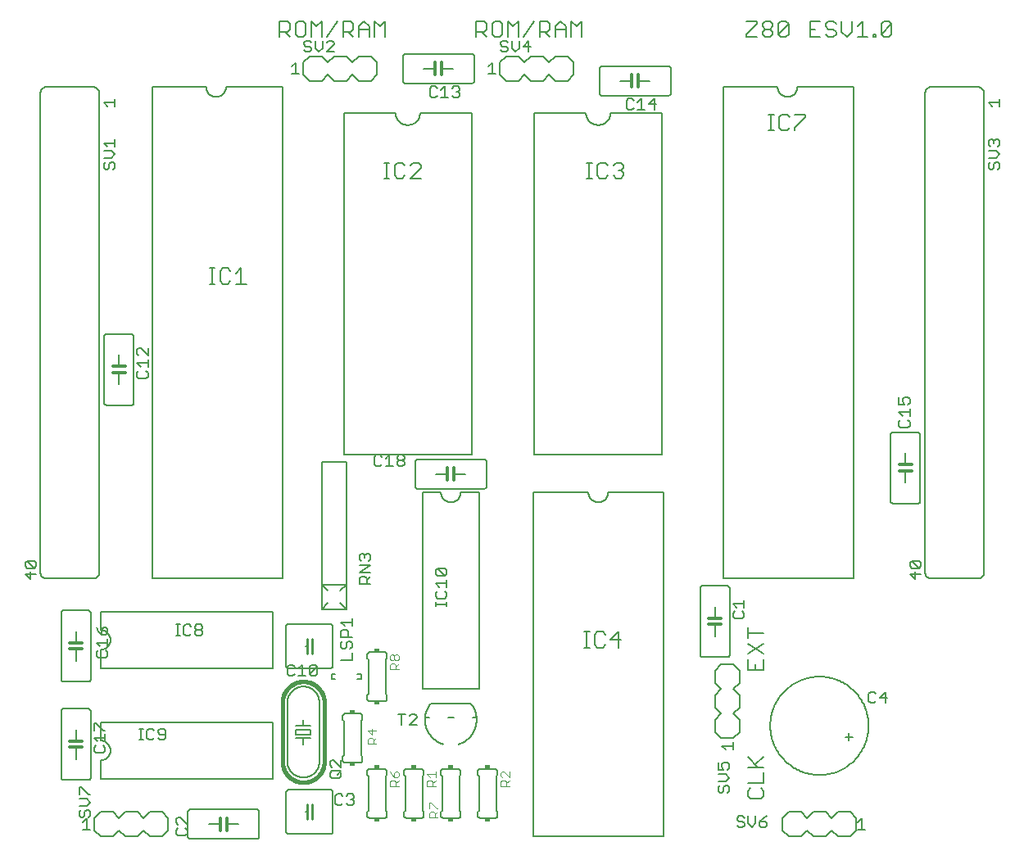
<source format=gbr>
G04 EAGLE Gerber RS-274X export*
G75*
%MOMM*%
%FSLAX34Y34*%
%LPD*%
%INSilkscreen Top*%
%IPPOS*%
%AMOC8*
5,1,8,0,0,1.08239X$1,22.5*%
G01*
%ADD10C,0.152400*%
%ADD11C,0.177800*%
%ADD12C,0.127000*%
%ADD13C,0.406400*%
%ADD14R,0.508000X0.381000*%
%ADD15C,0.101600*%
%ADD16C,0.254000*%
%ADD17C,0.304800*%


D10*
X267462Y838962D02*
X267462Y855232D01*
X275597Y855232D01*
X278309Y852520D01*
X278309Y847097D01*
X275597Y844385D01*
X267462Y844385D01*
X272885Y844385D02*
X278309Y838962D01*
X286545Y855232D02*
X291969Y855232D01*
X286545Y855232D02*
X283834Y852520D01*
X283834Y841674D01*
X286545Y838962D01*
X291969Y838962D01*
X294680Y841674D01*
X294680Y852520D01*
X291969Y855232D01*
X300205Y855232D02*
X300205Y838962D01*
X305628Y849809D02*
X300205Y855232D01*
X305628Y849809D02*
X311052Y855232D01*
X311052Y838962D01*
X316577Y838962D02*
X327423Y855232D01*
X332948Y855232D02*
X332948Y838962D01*
X332948Y855232D02*
X341083Y855232D01*
X343795Y852520D01*
X343795Y847097D01*
X341083Y844385D01*
X332948Y844385D01*
X338372Y844385D02*
X343795Y838962D01*
X349320Y838962D02*
X349320Y849809D01*
X354743Y855232D01*
X360166Y849809D01*
X360166Y838962D01*
X360166Y847097D02*
X349320Y847097D01*
X365691Y838962D02*
X365691Y855232D01*
X371115Y849809D01*
X376538Y855232D01*
X376538Y838962D01*
X470662Y838962D02*
X470662Y855232D01*
X478797Y855232D01*
X481509Y852520D01*
X481509Y847097D01*
X478797Y844385D01*
X470662Y844385D01*
X476085Y844385D02*
X481509Y838962D01*
X489745Y855232D02*
X495169Y855232D01*
X489745Y855232D02*
X487034Y852520D01*
X487034Y841674D01*
X489745Y838962D01*
X495169Y838962D01*
X497880Y841674D01*
X497880Y852520D01*
X495169Y855232D01*
X503405Y855232D02*
X503405Y838962D01*
X508828Y849809D02*
X503405Y855232D01*
X508828Y849809D02*
X514252Y855232D01*
X514252Y838962D01*
X519777Y838962D02*
X530623Y855232D01*
X536148Y855232D02*
X536148Y838962D01*
X536148Y855232D02*
X544283Y855232D01*
X546995Y852520D01*
X546995Y847097D01*
X544283Y844385D01*
X536148Y844385D01*
X541572Y844385D02*
X546995Y838962D01*
X552520Y838962D02*
X552520Y849809D01*
X557943Y855232D01*
X563366Y849809D01*
X563366Y838962D01*
X563366Y847097D02*
X552520Y847097D01*
X568891Y838962D02*
X568891Y855232D01*
X574315Y849809D01*
X579738Y855232D01*
X579738Y838962D01*
X751318Y195759D02*
X751318Y184912D01*
X767588Y184912D01*
X767588Y195759D01*
X759453Y190335D02*
X759453Y184912D01*
X751318Y201284D02*
X767588Y212130D01*
X767588Y201284D02*
X751318Y212130D01*
X751318Y223078D02*
X767588Y223078D01*
X751318Y217655D02*
X751318Y228502D01*
X754030Y62409D02*
X751318Y59697D01*
X751318Y54274D01*
X754030Y51562D01*
X764876Y51562D01*
X767588Y54274D01*
X767588Y59697D01*
X764876Y62409D01*
X767588Y67934D02*
X751318Y67934D01*
X767588Y67934D02*
X767588Y78780D01*
X767588Y84305D02*
X751318Y84305D01*
X762165Y84305D02*
X751318Y95152D01*
X759453Y87017D02*
X767588Y95152D01*
X760909Y855232D02*
X750062Y855232D01*
X760909Y855232D02*
X760909Y852520D01*
X750062Y841674D01*
X750062Y838962D01*
X760909Y838962D01*
X766434Y852520D02*
X769145Y855232D01*
X774569Y855232D01*
X777280Y852520D01*
X777280Y849809D01*
X774569Y847097D01*
X777280Y844385D01*
X777280Y841674D01*
X774569Y838962D01*
X769145Y838962D01*
X766434Y841674D01*
X766434Y844385D01*
X769145Y847097D01*
X766434Y849809D01*
X766434Y852520D01*
X769145Y847097D02*
X774569Y847097D01*
X782805Y841674D02*
X782805Y852520D01*
X785517Y855232D01*
X790940Y855232D01*
X793652Y852520D01*
X793652Y841674D01*
X790940Y838962D01*
X785517Y838962D01*
X782805Y841674D01*
X793652Y852520D01*
X815548Y855232D02*
X826395Y855232D01*
X815548Y855232D02*
X815548Y838962D01*
X826395Y838962D01*
X820972Y847097D02*
X815548Y847097D01*
X840055Y855232D02*
X842766Y852520D01*
X840055Y855232D02*
X834631Y855232D01*
X831920Y852520D01*
X831920Y849809D01*
X834631Y847097D01*
X840055Y847097D01*
X842766Y844385D01*
X842766Y841674D01*
X840055Y838962D01*
X834631Y838962D01*
X831920Y841674D01*
X848291Y844385D02*
X848291Y855232D01*
X848291Y844385D02*
X853715Y838962D01*
X859138Y844385D01*
X859138Y855232D01*
X864663Y849809D02*
X870086Y855232D01*
X870086Y838962D01*
X864663Y838962D02*
X875510Y838962D01*
X881035Y838962D02*
X881035Y841674D01*
X883746Y841674D01*
X883746Y838962D01*
X881035Y838962D01*
X889220Y841674D02*
X889220Y852520D01*
X891932Y855232D01*
X897355Y855232D01*
X900067Y852520D01*
X900067Y841674D01*
X897355Y838962D01*
X891932Y838962D01*
X889220Y841674D01*
X900067Y852520D01*
X270510Y787400D02*
X270510Y279400D01*
X135890Y279400D02*
X135890Y787400D01*
X135890Y279400D02*
X270510Y279400D01*
X270510Y787400D02*
X212090Y787400D01*
X191770Y787400D02*
X135890Y787400D01*
X191770Y787400D02*
X191773Y787153D01*
X191782Y786905D01*
X191797Y786658D01*
X191818Y786412D01*
X191845Y786166D01*
X191878Y785921D01*
X191917Y785676D01*
X191962Y785433D01*
X192013Y785191D01*
X192070Y784950D01*
X192132Y784711D01*
X192201Y784473D01*
X192275Y784237D01*
X192355Y784003D01*
X192440Y783771D01*
X192532Y783541D01*
X192628Y783313D01*
X192731Y783088D01*
X192838Y782865D01*
X192952Y782645D01*
X193070Y782428D01*
X193194Y782213D01*
X193323Y782002D01*
X193457Y781794D01*
X193596Y781589D01*
X193740Y781388D01*
X193888Y781190D01*
X194042Y780996D01*
X194200Y780806D01*
X194363Y780620D01*
X194530Y780438D01*
X194702Y780260D01*
X194878Y780086D01*
X195058Y779916D01*
X195243Y779751D01*
X195431Y779591D01*
X195623Y779435D01*
X195819Y779283D01*
X196018Y779137D01*
X196221Y778995D01*
X196428Y778859D01*
X196637Y778727D01*
X196850Y778601D01*
X197066Y778480D01*
X197284Y778364D01*
X197506Y778254D01*
X197730Y778149D01*
X197956Y778049D01*
X198185Y777955D01*
X198416Y777867D01*
X198650Y777784D01*
X198885Y777707D01*
X199122Y777636D01*
X199360Y777570D01*
X199600Y777511D01*
X199842Y777457D01*
X200085Y777409D01*
X200328Y777367D01*
X200573Y777331D01*
X200819Y777301D01*
X201065Y777277D01*
X201312Y777259D01*
X201559Y777247D01*
X201806Y777241D01*
X202054Y777241D01*
X202301Y777247D01*
X202548Y777259D01*
X202795Y777277D01*
X203041Y777301D01*
X203287Y777331D01*
X203532Y777367D01*
X203775Y777409D01*
X204018Y777457D01*
X204260Y777511D01*
X204500Y777570D01*
X204738Y777636D01*
X204975Y777707D01*
X205210Y777784D01*
X205444Y777867D01*
X205675Y777955D01*
X205904Y778049D01*
X206130Y778149D01*
X206354Y778254D01*
X206576Y778364D01*
X206794Y778480D01*
X207010Y778601D01*
X207223Y778727D01*
X207432Y778859D01*
X207639Y778995D01*
X207842Y779137D01*
X208041Y779283D01*
X208237Y779435D01*
X208429Y779591D01*
X208617Y779751D01*
X208802Y779916D01*
X208982Y780086D01*
X209158Y780260D01*
X209330Y780438D01*
X209497Y780620D01*
X209660Y780806D01*
X209818Y780996D01*
X209972Y781190D01*
X210120Y781388D01*
X210264Y781589D01*
X210403Y781794D01*
X210537Y782002D01*
X210666Y782213D01*
X210790Y782428D01*
X210908Y782645D01*
X211022Y782865D01*
X211129Y783088D01*
X211232Y783313D01*
X211328Y783541D01*
X211420Y783771D01*
X211505Y784003D01*
X211585Y784237D01*
X211659Y784473D01*
X211728Y784711D01*
X211790Y784950D01*
X211847Y785191D01*
X211898Y785433D01*
X211943Y785676D01*
X211982Y785921D01*
X212015Y786166D01*
X212042Y786412D01*
X212063Y786658D01*
X212078Y786905D01*
X212087Y787153D01*
X212090Y787400D01*
X200495Y583692D02*
X195072Y583692D01*
X197784Y583692D02*
X197784Y599962D01*
X200495Y599962D02*
X195072Y599962D01*
X214121Y599962D02*
X216833Y597250D01*
X214121Y599962D02*
X208698Y599962D01*
X205986Y597250D01*
X205986Y586404D01*
X208698Y583692D01*
X214121Y583692D01*
X216833Y586404D01*
X222358Y594539D02*
X227781Y599962D01*
X227781Y583692D01*
X222358Y583692D02*
X233205Y583692D01*
X334010Y760730D02*
X387350Y760730D01*
X387354Y760421D01*
X387365Y760112D01*
X387384Y759803D01*
X387410Y759495D01*
X387444Y759187D01*
X387485Y758881D01*
X387534Y758575D01*
X387590Y758271D01*
X387654Y757969D01*
X387725Y757668D01*
X387803Y757368D01*
X387888Y757071D01*
X387981Y756776D01*
X388081Y756483D01*
X388188Y756193D01*
X388302Y755906D01*
X388423Y755621D01*
X388551Y755339D01*
X388685Y755061D01*
X388827Y754786D01*
X388975Y754514D01*
X389130Y754247D01*
X389291Y753983D01*
X389458Y753723D01*
X389632Y753467D01*
X389812Y753215D01*
X389998Y752968D01*
X390190Y752726D01*
X390388Y752488D01*
X390591Y752255D01*
X390801Y752027D01*
X391015Y751805D01*
X391235Y751587D01*
X391461Y751375D01*
X391691Y751169D01*
X391926Y750968D01*
X392166Y750773D01*
X392411Y750584D01*
X392660Y750401D01*
X392914Y750224D01*
X393172Y750054D01*
X393434Y749889D01*
X393700Y749731D01*
X393970Y749580D01*
X394243Y749435D01*
X394520Y749297D01*
X394800Y749166D01*
X395083Y749042D01*
X395369Y748924D01*
X395658Y748814D01*
X395949Y748710D01*
X396243Y748614D01*
X396539Y748525D01*
X396838Y748443D01*
X397138Y748368D01*
X397440Y748301D01*
X397743Y748241D01*
X398048Y748189D01*
X398354Y748144D01*
X398661Y748106D01*
X398969Y748076D01*
X399277Y748054D01*
X399586Y748038D01*
X399895Y748031D01*
X400205Y748031D01*
X400514Y748038D01*
X400823Y748054D01*
X401131Y748076D01*
X401439Y748106D01*
X401746Y748144D01*
X402052Y748189D01*
X402357Y748241D01*
X402660Y748301D01*
X402962Y748368D01*
X403262Y748443D01*
X403561Y748525D01*
X403857Y748614D01*
X404151Y748710D01*
X404442Y748814D01*
X404731Y748924D01*
X405017Y749042D01*
X405300Y749166D01*
X405580Y749297D01*
X405857Y749435D01*
X406130Y749580D01*
X406400Y749731D01*
X406666Y749889D01*
X406928Y750054D01*
X407186Y750224D01*
X407440Y750401D01*
X407689Y750584D01*
X407934Y750773D01*
X408174Y750968D01*
X408409Y751169D01*
X408639Y751375D01*
X408865Y751587D01*
X409085Y751805D01*
X409299Y752027D01*
X409509Y752255D01*
X409712Y752488D01*
X409910Y752726D01*
X410102Y752968D01*
X410288Y753215D01*
X410468Y753467D01*
X410642Y753723D01*
X410809Y753983D01*
X410970Y754247D01*
X411125Y754514D01*
X411273Y754786D01*
X411415Y755061D01*
X411549Y755339D01*
X411677Y755621D01*
X411798Y755906D01*
X411912Y756193D01*
X412019Y756483D01*
X412119Y756776D01*
X412212Y757071D01*
X412297Y757368D01*
X412375Y757668D01*
X412446Y757969D01*
X412510Y758271D01*
X412566Y758575D01*
X412615Y758881D01*
X412656Y759187D01*
X412690Y759495D01*
X412716Y759803D01*
X412735Y760112D01*
X412746Y760421D01*
X412750Y760730D01*
X466090Y407670D02*
X334010Y407670D01*
X412750Y760730D02*
X466090Y760730D01*
X466090Y407670D01*
X334010Y407670D02*
X334010Y760730D01*
D11*
X375539Y693039D02*
X380878Y693039D01*
X378208Y693039D02*
X378208Y709055D01*
X375539Y709055D02*
X380878Y709055D01*
X394461Y709055D02*
X397131Y706385D01*
X394461Y709055D02*
X389123Y709055D01*
X386453Y706385D01*
X386453Y695708D01*
X389123Y693039D01*
X394461Y693039D01*
X397131Y695708D01*
X402825Y693039D02*
X413502Y693039D01*
X402825Y693039D02*
X413502Y703716D01*
X413502Y706385D01*
X410833Y709055D01*
X405494Y709055D01*
X402825Y706385D01*
D10*
X861060Y787400D02*
X861060Y279400D01*
X726440Y279400D02*
X726440Y787400D01*
X726440Y279400D02*
X861060Y279400D01*
X861060Y787400D02*
X802640Y787400D01*
X782320Y787400D02*
X726440Y787400D01*
X782320Y787400D02*
X782323Y787153D01*
X782332Y786905D01*
X782347Y786658D01*
X782368Y786412D01*
X782395Y786166D01*
X782428Y785921D01*
X782467Y785676D01*
X782512Y785433D01*
X782563Y785191D01*
X782620Y784950D01*
X782682Y784711D01*
X782751Y784473D01*
X782825Y784237D01*
X782905Y784003D01*
X782990Y783771D01*
X783082Y783541D01*
X783178Y783313D01*
X783281Y783088D01*
X783388Y782865D01*
X783502Y782645D01*
X783620Y782428D01*
X783744Y782213D01*
X783873Y782002D01*
X784007Y781794D01*
X784146Y781589D01*
X784290Y781388D01*
X784438Y781190D01*
X784592Y780996D01*
X784750Y780806D01*
X784913Y780620D01*
X785080Y780438D01*
X785252Y780260D01*
X785428Y780086D01*
X785608Y779916D01*
X785793Y779751D01*
X785981Y779591D01*
X786173Y779435D01*
X786369Y779283D01*
X786568Y779137D01*
X786771Y778995D01*
X786978Y778859D01*
X787187Y778727D01*
X787400Y778601D01*
X787616Y778480D01*
X787834Y778364D01*
X788056Y778254D01*
X788280Y778149D01*
X788506Y778049D01*
X788735Y777955D01*
X788966Y777867D01*
X789200Y777784D01*
X789435Y777707D01*
X789672Y777636D01*
X789910Y777570D01*
X790150Y777511D01*
X790392Y777457D01*
X790635Y777409D01*
X790878Y777367D01*
X791123Y777331D01*
X791369Y777301D01*
X791615Y777277D01*
X791862Y777259D01*
X792109Y777247D01*
X792356Y777241D01*
X792604Y777241D01*
X792851Y777247D01*
X793098Y777259D01*
X793345Y777277D01*
X793591Y777301D01*
X793837Y777331D01*
X794082Y777367D01*
X794325Y777409D01*
X794568Y777457D01*
X794810Y777511D01*
X795050Y777570D01*
X795288Y777636D01*
X795525Y777707D01*
X795760Y777784D01*
X795994Y777867D01*
X796225Y777955D01*
X796454Y778049D01*
X796680Y778149D01*
X796904Y778254D01*
X797126Y778364D01*
X797344Y778480D01*
X797560Y778601D01*
X797773Y778727D01*
X797982Y778859D01*
X798189Y778995D01*
X798392Y779137D01*
X798591Y779283D01*
X798787Y779435D01*
X798979Y779591D01*
X799167Y779751D01*
X799352Y779916D01*
X799532Y780086D01*
X799708Y780260D01*
X799880Y780438D01*
X800047Y780620D01*
X800210Y780806D01*
X800368Y780996D01*
X800522Y781190D01*
X800670Y781388D01*
X800814Y781589D01*
X800953Y781794D01*
X801087Y782002D01*
X801216Y782213D01*
X801340Y782428D01*
X801458Y782645D01*
X801572Y782865D01*
X801679Y783088D01*
X801782Y783313D01*
X801878Y783541D01*
X801970Y783771D01*
X802055Y784003D01*
X802135Y784237D01*
X802209Y784473D01*
X802278Y784711D01*
X802340Y784950D01*
X802397Y785191D01*
X802448Y785433D01*
X802493Y785676D01*
X802532Y785921D01*
X802565Y786166D01*
X802592Y786412D01*
X802613Y786658D01*
X802628Y786905D01*
X802637Y787153D01*
X802640Y787400D01*
X778345Y742442D02*
X772922Y742442D01*
X775634Y742442D02*
X775634Y758712D01*
X778345Y758712D02*
X772922Y758712D01*
X791971Y758712D02*
X794683Y756000D01*
X791971Y758712D02*
X786548Y758712D01*
X783836Y756000D01*
X783836Y745154D01*
X786548Y742442D01*
X791971Y742442D01*
X794683Y745154D01*
X800208Y758712D02*
X811055Y758712D01*
X811055Y756000D01*
X800208Y745154D01*
X800208Y742442D01*
X74930Y787400D02*
X26670Y787400D01*
X74930Y787400D02*
X75088Y787398D01*
X75247Y787392D01*
X75405Y787382D01*
X75562Y787368D01*
X75720Y787351D01*
X75876Y787329D01*
X76033Y787304D01*
X76188Y787274D01*
X76343Y787241D01*
X76497Y787204D01*
X76650Y787163D01*
X76802Y787118D01*
X76952Y787069D01*
X77102Y787017D01*
X77250Y786961D01*
X77397Y786901D01*
X77542Y786838D01*
X77685Y786771D01*
X77827Y786701D01*
X77967Y786627D01*
X78105Y786549D01*
X78241Y786468D01*
X78375Y786384D01*
X78507Y786297D01*
X78637Y786206D01*
X78764Y786112D01*
X78889Y786015D01*
X79012Y785914D01*
X79132Y785811D01*
X79249Y785705D01*
X79364Y785596D01*
X79476Y785484D01*
X79585Y785369D01*
X79691Y785252D01*
X79794Y785132D01*
X79895Y785009D01*
X79992Y784884D01*
X80086Y784757D01*
X80177Y784627D01*
X80264Y784495D01*
X80348Y784361D01*
X80429Y784225D01*
X80507Y784087D01*
X80581Y783947D01*
X80651Y783805D01*
X80718Y783662D01*
X80781Y783517D01*
X80841Y783370D01*
X80897Y783222D01*
X80949Y783072D01*
X80998Y782922D01*
X81043Y782770D01*
X81084Y782617D01*
X81121Y782463D01*
X81154Y782308D01*
X81184Y782153D01*
X81209Y781996D01*
X81231Y781840D01*
X81248Y781682D01*
X81262Y781525D01*
X81272Y781367D01*
X81278Y781208D01*
X81280Y781050D01*
X26670Y787400D02*
X26512Y787398D01*
X26353Y787392D01*
X26195Y787382D01*
X26038Y787368D01*
X25880Y787351D01*
X25724Y787329D01*
X25567Y787304D01*
X25412Y787274D01*
X25257Y787241D01*
X25103Y787204D01*
X24950Y787163D01*
X24798Y787118D01*
X24648Y787069D01*
X24498Y787017D01*
X24350Y786961D01*
X24203Y786901D01*
X24058Y786838D01*
X23915Y786771D01*
X23773Y786701D01*
X23633Y786627D01*
X23495Y786549D01*
X23359Y786468D01*
X23225Y786384D01*
X23093Y786297D01*
X22963Y786206D01*
X22836Y786112D01*
X22711Y786015D01*
X22588Y785914D01*
X22468Y785811D01*
X22351Y785705D01*
X22236Y785596D01*
X22124Y785484D01*
X22015Y785369D01*
X21909Y785252D01*
X21806Y785132D01*
X21705Y785009D01*
X21608Y784884D01*
X21514Y784757D01*
X21423Y784627D01*
X21336Y784495D01*
X21252Y784361D01*
X21171Y784225D01*
X21093Y784087D01*
X21019Y783947D01*
X20949Y783805D01*
X20882Y783662D01*
X20819Y783517D01*
X20759Y783370D01*
X20703Y783222D01*
X20651Y783072D01*
X20602Y782922D01*
X20557Y782770D01*
X20516Y782617D01*
X20479Y782463D01*
X20446Y782308D01*
X20416Y782153D01*
X20391Y781996D01*
X20369Y781840D01*
X20352Y781682D01*
X20338Y781525D01*
X20328Y781367D01*
X20322Y781208D01*
X20320Y781050D01*
X81280Y781050D02*
X81280Y285750D01*
X74930Y279400D02*
X26670Y279400D01*
X20320Y285750D02*
X20320Y781050D01*
X81280Y285750D02*
X81278Y285592D01*
X81272Y285433D01*
X81262Y285275D01*
X81248Y285118D01*
X81231Y284960D01*
X81209Y284804D01*
X81184Y284647D01*
X81154Y284492D01*
X81121Y284337D01*
X81084Y284183D01*
X81043Y284030D01*
X80998Y283878D01*
X80949Y283728D01*
X80897Y283578D01*
X80841Y283430D01*
X80781Y283283D01*
X80718Y283138D01*
X80651Y282995D01*
X80581Y282853D01*
X80507Y282713D01*
X80429Y282575D01*
X80348Y282439D01*
X80264Y282305D01*
X80177Y282173D01*
X80086Y282043D01*
X79992Y281916D01*
X79895Y281791D01*
X79794Y281668D01*
X79691Y281548D01*
X79585Y281431D01*
X79476Y281316D01*
X79364Y281204D01*
X79249Y281095D01*
X79132Y280989D01*
X79012Y280886D01*
X78889Y280785D01*
X78764Y280688D01*
X78637Y280594D01*
X78507Y280503D01*
X78375Y280416D01*
X78241Y280332D01*
X78105Y280251D01*
X77967Y280173D01*
X77827Y280099D01*
X77685Y280029D01*
X77542Y279962D01*
X77397Y279899D01*
X77250Y279839D01*
X77102Y279783D01*
X76952Y279731D01*
X76802Y279682D01*
X76650Y279637D01*
X76497Y279596D01*
X76343Y279559D01*
X76188Y279526D01*
X76033Y279496D01*
X75876Y279471D01*
X75720Y279449D01*
X75562Y279432D01*
X75405Y279418D01*
X75247Y279408D01*
X75088Y279402D01*
X74930Y279400D01*
X26670Y279400D02*
X26512Y279402D01*
X26353Y279408D01*
X26195Y279418D01*
X26038Y279432D01*
X25880Y279449D01*
X25724Y279471D01*
X25567Y279496D01*
X25412Y279526D01*
X25257Y279559D01*
X25103Y279596D01*
X24950Y279637D01*
X24798Y279682D01*
X24648Y279731D01*
X24498Y279783D01*
X24350Y279839D01*
X24203Y279899D01*
X24058Y279962D01*
X23915Y280029D01*
X23773Y280099D01*
X23633Y280173D01*
X23495Y280251D01*
X23359Y280332D01*
X23225Y280416D01*
X23093Y280503D01*
X22963Y280594D01*
X22836Y280688D01*
X22711Y280785D01*
X22588Y280886D01*
X22468Y280989D01*
X22351Y281095D01*
X22236Y281204D01*
X22124Y281316D01*
X22015Y281431D01*
X21909Y281548D01*
X21806Y281668D01*
X21705Y281791D01*
X21608Y281916D01*
X21514Y282043D01*
X21423Y282173D01*
X21336Y282305D01*
X21252Y282439D01*
X21171Y282575D01*
X21093Y282713D01*
X21019Y282853D01*
X20949Y282995D01*
X20882Y283138D01*
X20819Y283283D01*
X20759Y283430D01*
X20703Y283578D01*
X20651Y283728D01*
X20602Y283878D01*
X20557Y284030D01*
X20516Y284183D01*
X20479Y284337D01*
X20446Y284492D01*
X20416Y284647D01*
X20391Y284804D01*
X20369Y284960D01*
X20352Y285118D01*
X20338Y285275D01*
X20328Y285433D01*
X20322Y285592D01*
X20320Y285750D01*
D12*
X89529Y767451D02*
X85715Y771264D01*
X97155Y771264D01*
X97155Y767451D02*
X97155Y775078D01*
X15875Y283957D02*
X4435Y283957D01*
X10155Y278237D01*
X10155Y285864D01*
X13968Y289931D02*
X6342Y289931D01*
X4435Y291838D01*
X4435Y295651D01*
X6342Y297558D01*
X13968Y297558D01*
X15875Y295651D01*
X15875Y291838D01*
X13968Y289931D01*
X6342Y297558D01*
X85715Y707873D02*
X87622Y709780D01*
X85715Y707873D02*
X85715Y704060D01*
X87622Y702153D01*
X89529Y702153D01*
X91435Y704060D01*
X91435Y707873D01*
X93342Y709780D01*
X95248Y709780D01*
X97155Y707873D01*
X97155Y704060D01*
X95248Y702153D01*
X93342Y713847D02*
X85715Y713847D01*
X93342Y713847D02*
X97155Y717660D01*
X93342Y721474D01*
X85715Y721474D01*
X89529Y725541D02*
X85715Y729354D01*
X97155Y729354D01*
X97155Y725541D02*
X97155Y733167D01*
D10*
X298450Y819150D02*
X311150Y819150D01*
X317500Y812800D01*
X317500Y800100D02*
X311150Y793750D01*
X317500Y812800D02*
X323850Y819150D01*
X336550Y819150D01*
X342900Y812800D01*
X342900Y800100D02*
X336550Y793750D01*
X323850Y793750D01*
X317500Y800100D01*
X292100Y800100D02*
X292100Y812800D01*
X298450Y819150D01*
X292100Y800100D02*
X298450Y793750D01*
X311150Y793750D01*
X342900Y812800D02*
X349250Y819150D01*
X361950Y819150D01*
X368300Y812800D01*
X368300Y800100D02*
X361950Y793750D01*
X349250Y793750D01*
X342900Y800100D01*
X368300Y800100D02*
X368300Y812800D01*
D12*
X283848Y812175D02*
X280035Y808362D01*
X283848Y812175D02*
X283848Y800735D01*
X280035Y800735D02*
X287662Y800735D01*
X300362Y833128D02*
X298455Y835035D01*
X294642Y835035D01*
X292735Y833128D01*
X292735Y831222D01*
X294642Y829315D01*
X298455Y829315D01*
X300362Y827408D01*
X300362Y825502D01*
X298455Y823595D01*
X294642Y823595D01*
X292735Y825502D01*
X304429Y827408D02*
X304429Y835035D01*
X304429Y827408D02*
X308242Y823595D01*
X312055Y827408D01*
X312055Y835035D01*
X316123Y823595D02*
X323749Y823595D01*
X316123Y823595D02*
X323749Y831222D01*
X323749Y833128D01*
X321843Y835035D01*
X318030Y835035D01*
X316123Y833128D01*
D10*
X941070Y787400D02*
X989330Y787400D01*
X989488Y787398D01*
X989647Y787392D01*
X989805Y787382D01*
X989962Y787368D01*
X990120Y787351D01*
X990276Y787329D01*
X990433Y787304D01*
X990588Y787274D01*
X990743Y787241D01*
X990897Y787204D01*
X991050Y787163D01*
X991202Y787118D01*
X991352Y787069D01*
X991502Y787017D01*
X991650Y786961D01*
X991797Y786901D01*
X991942Y786838D01*
X992085Y786771D01*
X992227Y786701D01*
X992367Y786627D01*
X992505Y786549D01*
X992641Y786468D01*
X992775Y786384D01*
X992907Y786297D01*
X993037Y786206D01*
X993164Y786112D01*
X993289Y786015D01*
X993412Y785914D01*
X993532Y785811D01*
X993649Y785705D01*
X993764Y785596D01*
X993876Y785484D01*
X993985Y785369D01*
X994091Y785252D01*
X994194Y785132D01*
X994295Y785009D01*
X994392Y784884D01*
X994486Y784757D01*
X994577Y784627D01*
X994664Y784495D01*
X994748Y784361D01*
X994829Y784225D01*
X994907Y784087D01*
X994981Y783947D01*
X995051Y783805D01*
X995118Y783662D01*
X995181Y783517D01*
X995241Y783370D01*
X995297Y783222D01*
X995349Y783072D01*
X995398Y782922D01*
X995443Y782770D01*
X995484Y782617D01*
X995521Y782463D01*
X995554Y782308D01*
X995584Y782153D01*
X995609Y781996D01*
X995631Y781840D01*
X995648Y781682D01*
X995662Y781525D01*
X995672Y781367D01*
X995678Y781208D01*
X995680Y781050D01*
X941070Y787400D02*
X940912Y787398D01*
X940753Y787392D01*
X940595Y787382D01*
X940438Y787368D01*
X940280Y787351D01*
X940124Y787329D01*
X939967Y787304D01*
X939812Y787274D01*
X939657Y787241D01*
X939503Y787204D01*
X939350Y787163D01*
X939198Y787118D01*
X939048Y787069D01*
X938898Y787017D01*
X938750Y786961D01*
X938603Y786901D01*
X938458Y786838D01*
X938315Y786771D01*
X938173Y786701D01*
X938033Y786627D01*
X937895Y786549D01*
X937759Y786468D01*
X937625Y786384D01*
X937493Y786297D01*
X937363Y786206D01*
X937236Y786112D01*
X937111Y786015D01*
X936988Y785914D01*
X936868Y785811D01*
X936751Y785705D01*
X936636Y785596D01*
X936524Y785484D01*
X936415Y785369D01*
X936309Y785252D01*
X936206Y785132D01*
X936105Y785009D01*
X936008Y784884D01*
X935914Y784757D01*
X935823Y784627D01*
X935736Y784495D01*
X935652Y784361D01*
X935571Y784225D01*
X935493Y784087D01*
X935419Y783947D01*
X935349Y783805D01*
X935282Y783662D01*
X935219Y783517D01*
X935159Y783370D01*
X935103Y783222D01*
X935051Y783072D01*
X935002Y782922D01*
X934957Y782770D01*
X934916Y782617D01*
X934879Y782463D01*
X934846Y782308D01*
X934816Y782153D01*
X934791Y781996D01*
X934769Y781840D01*
X934752Y781682D01*
X934738Y781525D01*
X934728Y781367D01*
X934722Y781208D01*
X934720Y781050D01*
X995680Y781050D02*
X995680Y285750D01*
X989330Y279400D02*
X941070Y279400D01*
X934720Y285750D02*
X934720Y781050D01*
X995680Y285750D02*
X995678Y285592D01*
X995672Y285433D01*
X995662Y285275D01*
X995648Y285118D01*
X995631Y284960D01*
X995609Y284804D01*
X995584Y284647D01*
X995554Y284492D01*
X995521Y284337D01*
X995484Y284183D01*
X995443Y284030D01*
X995398Y283878D01*
X995349Y283728D01*
X995297Y283578D01*
X995241Y283430D01*
X995181Y283283D01*
X995118Y283138D01*
X995051Y282995D01*
X994981Y282853D01*
X994907Y282713D01*
X994829Y282575D01*
X994748Y282439D01*
X994664Y282305D01*
X994577Y282173D01*
X994486Y282043D01*
X994392Y281916D01*
X994295Y281791D01*
X994194Y281668D01*
X994091Y281548D01*
X993985Y281431D01*
X993876Y281316D01*
X993764Y281204D01*
X993649Y281095D01*
X993532Y280989D01*
X993412Y280886D01*
X993289Y280785D01*
X993164Y280688D01*
X993037Y280594D01*
X992907Y280503D01*
X992775Y280416D01*
X992641Y280332D01*
X992505Y280251D01*
X992367Y280173D01*
X992227Y280099D01*
X992085Y280029D01*
X991942Y279962D01*
X991797Y279899D01*
X991650Y279839D01*
X991502Y279783D01*
X991352Y279731D01*
X991202Y279682D01*
X991050Y279637D01*
X990897Y279596D01*
X990743Y279559D01*
X990588Y279526D01*
X990433Y279496D01*
X990276Y279471D01*
X990120Y279449D01*
X989962Y279432D01*
X989805Y279418D01*
X989647Y279408D01*
X989488Y279402D01*
X989330Y279400D01*
X941070Y279400D02*
X940912Y279402D01*
X940753Y279408D01*
X940595Y279418D01*
X940438Y279432D01*
X940280Y279449D01*
X940124Y279471D01*
X939967Y279496D01*
X939812Y279526D01*
X939657Y279559D01*
X939503Y279596D01*
X939350Y279637D01*
X939198Y279682D01*
X939048Y279731D01*
X938898Y279783D01*
X938750Y279839D01*
X938603Y279899D01*
X938458Y279962D01*
X938315Y280029D01*
X938173Y280099D01*
X938033Y280173D01*
X937895Y280251D01*
X937759Y280332D01*
X937625Y280416D01*
X937493Y280503D01*
X937363Y280594D01*
X937236Y280688D01*
X937111Y280785D01*
X936988Y280886D01*
X936868Y280989D01*
X936751Y281095D01*
X936636Y281204D01*
X936524Y281316D01*
X936415Y281431D01*
X936309Y281548D01*
X936206Y281668D01*
X936105Y281791D01*
X936008Y281916D01*
X935914Y282043D01*
X935823Y282173D01*
X935736Y282305D01*
X935652Y282439D01*
X935571Y282575D01*
X935493Y282713D01*
X935419Y282853D01*
X935349Y282995D01*
X935282Y283138D01*
X935219Y283283D01*
X935159Y283430D01*
X935103Y283578D01*
X935051Y283728D01*
X935002Y283878D01*
X934957Y284030D01*
X934916Y284183D01*
X934879Y284337D01*
X934846Y284492D01*
X934816Y284647D01*
X934791Y284804D01*
X934769Y284960D01*
X934752Y285118D01*
X934738Y285275D01*
X934728Y285433D01*
X934722Y285592D01*
X934720Y285750D01*
D12*
X1003929Y767451D02*
X1000115Y771264D01*
X1011555Y771264D01*
X1011555Y767451D02*
X1011555Y775078D01*
X930275Y283957D02*
X918835Y283957D01*
X924555Y278237D01*
X924555Y285864D01*
X928368Y289931D02*
X920742Y289931D01*
X918835Y291838D01*
X918835Y295651D01*
X920742Y297558D01*
X928368Y297558D01*
X930275Y295651D01*
X930275Y291838D01*
X928368Y289931D01*
X920742Y297558D01*
X1000115Y707873D02*
X1002022Y709780D01*
X1000115Y707873D02*
X1000115Y704060D01*
X1002022Y702153D01*
X1003929Y702153D01*
X1005835Y704060D01*
X1005835Y707873D01*
X1007742Y709780D01*
X1009648Y709780D01*
X1011555Y707873D01*
X1011555Y704060D01*
X1009648Y702153D01*
X1007742Y713847D02*
X1000115Y713847D01*
X1007742Y713847D02*
X1011555Y717660D01*
X1007742Y721474D01*
X1000115Y721474D01*
X1002022Y725541D02*
X1000115Y727448D01*
X1000115Y731261D01*
X1002022Y733167D01*
X1003929Y733167D01*
X1005835Y731261D01*
X1005835Y729354D01*
X1005835Y731261D02*
X1007742Y733167D01*
X1009648Y733167D01*
X1011555Y731261D01*
X1011555Y727448D01*
X1009648Y725541D01*
D10*
X260350Y245110D02*
X82550Y245110D01*
X82550Y186690D02*
X260350Y186690D01*
X260350Y245110D01*
X82550Y245110D02*
X82550Y226060D01*
X82550Y205740D02*
X82550Y186690D01*
X82550Y205740D02*
X82797Y205743D01*
X83045Y205752D01*
X83292Y205767D01*
X83538Y205788D01*
X83784Y205815D01*
X84029Y205848D01*
X84274Y205887D01*
X84517Y205932D01*
X84759Y205983D01*
X85000Y206040D01*
X85239Y206102D01*
X85477Y206171D01*
X85713Y206245D01*
X85947Y206325D01*
X86179Y206410D01*
X86409Y206502D01*
X86637Y206598D01*
X86862Y206701D01*
X87085Y206808D01*
X87305Y206922D01*
X87522Y207040D01*
X87737Y207164D01*
X87948Y207293D01*
X88156Y207427D01*
X88361Y207566D01*
X88562Y207710D01*
X88760Y207858D01*
X88954Y208012D01*
X89144Y208170D01*
X89330Y208333D01*
X89512Y208500D01*
X89690Y208672D01*
X89864Y208848D01*
X90034Y209028D01*
X90199Y209213D01*
X90359Y209401D01*
X90515Y209593D01*
X90667Y209789D01*
X90813Y209988D01*
X90955Y210191D01*
X91091Y210398D01*
X91223Y210607D01*
X91349Y210820D01*
X91470Y211036D01*
X91586Y211254D01*
X91696Y211476D01*
X91801Y211700D01*
X91901Y211926D01*
X91995Y212155D01*
X92083Y212386D01*
X92166Y212620D01*
X92243Y212855D01*
X92314Y213092D01*
X92380Y213330D01*
X92439Y213570D01*
X92493Y213812D01*
X92541Y214055D01*
X92583Y214298D01*
X92619Y214543D01*
X92649Y214789D01*
X92673Y215035D01*
X92691Y215282D01*
X92703Y215529D01*
X92709Y215776D01*
X92709Y216024D01*
X92703Y216271D01*
X92691Y216518D01*
X92673Y216765D01*
X92649Y217011D01*
X92619Y217257D01*
X92583Y217502D01*
X92541Y217745D01*
X92493Y217988D01*
X92439Y218230D01*
X92380Y218470D01*
X92314Y218708D01*
X92243Y218945D01*
X92166Y219180D01*
X92083Y219414D01*
X91995Y219645D01*
X91901Y219874D01*
X91801Y220100D01*
X91696Y220324D01*
X91586Y220546D01*
X91470Y220764D01*
X91349Y220980D01*
X91223Y221193D01*
X91091Y221402D01*
X90955Y221609D01*
X90813Y221812D01*
X90667Y222011D01*
X90515Y222207D01*
X90359Y222399D01*
X90199Y222587D01*
X90034Y222772D01*
X89864Y222952D01*
X89690Y223128D01*
X89512Y223300D01*
X89330Y223467D01*
X89144Y223630D01*
X88954Y223788D01*
X88760Y223942D01*
X88562Y224090D01*
X88361Y224234D01*
X88156Y224373D01*
X87948Y224507D01*
X87737Y224636D01*
X87522Y224760D01*
X87305Y224878D01*
X87085Y224992D01*
X86862Y225099D01*
X86637Y225202D01*
X86409Y225298D01*
X86179Y225390D01*
X85947Y225475D01*
X85713Y225555D01*
X85477Y225629D01*
X85239Y225698D01*
X85000Y225760D01*
X84759Y225817D01*
X84517Y225868D01*
X84274Y225913D01*
X84029Y225952D01*
X83784Y225985D01*
X83538Y226012D01*
X83292Y226033D01*
X83045Y226048D01*
X82797Y226057D01*
X82550Y226060D01*
D12*
X160655Y220345D02*
X164468Y220345D01*
X162562Y220345D02*
X162562Y231785D01*
X164468Y231785D02*
X160655Y231785D01*
X174171Y231785D02*
X176077Y229878D01*
X174171Y231785D02*
X170358Y231785D01*
X168451Y229878D01*
X168451Y222252D01*
X170358Y220345D01*
X174171Y220345D01*
X176077Y222252D01*
X180145Y229878D02*
X182052Y231785D01*
X185865Y231785D01*
X187771Y229878D01*
X187771Y227972D01*
X185865Y226065D01*
X187771Y224158D01*
X187771Y222252D01*
X185865Y220345D01*
X182052Y220345D01*
X180145Y222252D01*
X180145Y224158D01*
X182052Y226065D01*
X180145Y227972D01*
X180145Y229878D01*
X182052Y226065D02*
X185865Y226065D01*
D10*
X260350Y130810D02*
X82550Y130810D01*
X82550Y72390D02*
X260350Y72390D01*
X260350Y130810D01*
X82550Y130810D02*
X82550Y111760D01*
X82550Y91440D02*
X82550Y72390D01*
X82550Y91440D02*
X82797Y91443D01*
X83045Y91452D01*
X83292Y91467D01*
X83538Y91488D01*
X83784Y91515D01*
X84029Y91548D01*
X84274Y91587D01*
X84517Y91632D01*
X84759Y91683D01*
X85000Y91740D01*
X85239Y91802D01*
X85477Y91871D01*
X85713Y91945D01*
X85947Y92025D01*
X86179Y92110D01*
X86409Y92202D01*
X86637Y92298D01*
X86862Y92401D01*
X87085Y92508D01*
X87305Y92622D01*
X87522Y92740D01*
X87737Y92864D01*
X87948Y92993D01*
X88156Y93127D01*
X88361Y93266D01*
X88562Y93410D01*
X88760Y93558D01*
X88954Y93712D01*
X89144Y93870D01*
X89330Y94033D01*
X89512Y94200D01*
X89690Y94372D01*
X89864Y94548D01*
X90034Y94728D01*
X90199Y94913D01*
X90359Y95101D01*
X90515Y95293D01*
X90667Y95489D01*
X90813Y95688D01*
X90955Y95891D01*
X91091Y96098D01*
X91223Y96307D01*
X91349Y96520D01*
X91470Y96736D01*
X91586Y96954D01*
X91696Y97176D01*
X91801Y97400D01*
X91901Y97626D01*
X91995Y97855D01*
X92083Y98086D01*
X92166Y98320D01*
X92243Y98555D01*
X92314Y98792D01*
X92380Y99030D01*
X92439Y99270D01*
X92493Y99512D01*
X92541Y99755D01*
X92583Y99998D01*
X92619Y100243D01*
X92649Y100489D01*
X92673Y100735D01*
X92691Y100982D01*
X92703Y101229D01*
X92709Y101476D01*
X92709Y101724D01*
X92703Y101971D01*
X92691Y102218D01*
X92673Y102465D01*
X92649Y102711D01*
X92619Y102957D01*
X92583Y103202D01*
X92541Y103445D01*
X92493Y103688D01*
X92439Y103930D01*
X92380Y104170D01*
X92314Y104408D01*
X92243Y104645D01*
X92166Y104880D01*
X92083Y105114D01*
X91995Y105345D01*
X91901Y105574D01*
X91801Y105800D01*
X91696Y106024D01*
X91586Y106246D01*
X91470Y106464D01*
X91349Y106680D01*
X91223Y106893D01*
X91091Y107102D01*
X90955Y107309D01*
X90813Y107512D01*
X90667Y107711D01*
X90515Y107907D01*
X90359Y108099D01*
X90199Y108287D01*
X90034Y108472D01*
X89864Y108652D01*
X89690Y108828D01*
X89512Y109000D01*
X89330Y109167D01*
X89144Y109330D01*
X88954Y109488D01*
X88760Y109642D01*
X88562Y109790D01*
X88361Y109934D01*
X88156Y110073D01*
X87948Y110207D01*
X87737Y110336D01*
X87522Y110460D01*
X87305Y110578D01*
X87085Y110692D01*
X86862Y110799D01*
X86637Y110902D01*
X86409Y110998D01*
X86179Y111090D01*
X85947Y111175D01*
X85713Y111255D01*
X85477Y111329D01*
X85239Y111398D01*
X85000Y111460D01*
X84759Y111517D01*
X84517Y111568D01*
X84274Y111613D01*
X84029Y111652D01*
X83784Y111685D01*
X83538Y111712D01*
X83292Y111733D01*
X83045Y111748D01*
X82797Y111757D01*
X82550Y111760D01*
D12*
X122555Y112395D02*
X126368Y112395D01*
X124462Y112395D02*
X124462Y123835D01*
X126368Y123835D02*
X122555Y123835D01*
X136071Y123835D02*
X137977Y121928D01*
X136071Y123835D02*
X132258Y123835D01*
X130351Y121928D01*
X130351Y114302D01*
X132258Y112395D01*
X136071Y112395D01*
X137977Y114302D01*
X142045Y114302D02*
X143952Y112395D01*
X147765Y112395D01*
X149671Y114302D01*
X149671Y121928D01*
X147765Y123835D01*
X143952Y123835D01*
X142045Y121928D01*
X142045Y120022D01*
X143952Y118115D01*
X149671Y118115D01*
D10*
X473710Y165100D02*
X473710Y368300D01*
X415290Y368300D02*
X415290Y165100D01*
X473710Y165100D01*
X473710Y368300D02*
X454660Y368300D01*
X434340Y368300D02*
X415290Y368300D01*
X434340Y368300D02*
X434343Y368053D01*
X434352Y367805D01*
X434367Y367558D01*
X434388Y367312D01*
X434415Y367066D01*
X434448Y366821D01*
X434487Y366576D01*
X434532Y366333D01*
X434583Y366091D01*
X434640Y365850D01*
X434702Y365611D01*
X434771Y365373D01*
X434845Y365137D01*
X434925Y364903D01*
X435010Y364671D01*
X435102Y364441D01*
X435198Y364213D01*
X435301Y363988D01*
X435408Y363765D01*
X435522Y363545D01*
X435640Y363328D01*
X435764Y363113D01*
X435893Y362902D01*
X436027Y362694D01*
X436166Y362489D01*
X436310Y362288D01*
X436458Y362090D01*
X436612Y361896D01*
X436770Y361706D01*
X436933Y361520D01*
X437100Y361338D01*
X437272Y361160D01*
X437448Y360986D01*
X437628Y360816D01*
X437813Y360651D01*
X438001Y360491D01*
X438193Y360335D01*
X438389Y360183D01*
X438588Y360037D01*
X438791Y359895D01*
X438998Y359759D01*
X439207Y359627D01*
X439420Y359501D01*
X439636Y359380D01*
X439854Y359264D01*
X440076Y359154D01*
X440300Y359049D01*
X440526Y358949D01*
X440755Y358855D01*
X440986Y358767D01*
X441220Y358684D01*
X441455Y358607D01*
X441692Y358536D01*
X441930Y358470D01*
X442170Y358411D01*
X442412Y358357D01*
X442655Y358309D01*
X442898Y358267D01*
X443143Y358231D01*
X443389Y358201D01*
X443635Y358177D01*
X443882Y358159D01*
X444129Y358147D01*
X444376Y358141D01*
X444624Y358141D01*
X444871Y358147D01*
X445118Y358159D01*
X445365Y358177D01*
X445611Y358201D01*
X445857Y358231D01*
X446102Y358267D01*
X446345Y358309D01*
X446588Y358357D01*
X446830Y358411D01*
X447070Y358470D01*
X447308Y358536D01*
X447545Y358607D01*
X447780Y358684D01*
X448014Y358767D01*
X448245Y358855D01*
X448474Y358949D01*
X448700Y359049D01*
X448924Y359154D01*
X449146Y359264D01*
X449364Y359380D01*
X449580Y359501D01*
X449793Y359627D01*
X450002Y359759D01*
X450209Y359895D01*
X450412Y360037D01*
X450611Y360183D01*
X450807Y360335D01*
X450999Y360491D01*
X451187Y360651D01*
X451372Y360816D01*
X451552Y360986D01*
X451728Y361160D01*
X451900Y361338D01*
X452067Y361520D01*
X452230Y361706D01*
X452388Y361896D01*
X452542Y362090D01*
X452690Y362288D01*
X452834Y362489D01*
X452973Y362694D01*
X453107Y362902D01*
X453236Y363113D01*
X453360Y363328D01*
X453478Y363545D01*
X453592Y363765D01*
X453699Y363988D01*
X453802Y364213D01*
X453898Y364441D01*
X453990Y364671D01*
X454075Y364903D01*
X454155Y365137D01*
X454229Y365373D01*
X454298Y365611D01*
X454360Y365850D01*
X454417Y366091D01*
X454468Y366333D01*
X454513Y366576D01*
X454552Y366821D01*
X454585Y367066D01*
X454612Y367312D01*
X454633Y367558D01*
X454648Y367805D01*
X454657Y368053D01*
X454660Y368300D01*
D12*
X440055Y254638D02*
X440055Y250825D01*
X440055Y252732D02*
X428615Y252732D01*
X428615Y254638D02*
X428615Y250825D01*
X428615Y264341D02*
X430522Y266247D01*
X428615Y264341D02*
X428615Y260528D01*
X430522Y258621D01*
X438148Y258621D01*
X440055Y260528D01*
X440055Y264341D01*
X438148Y266247D01*
X432429Y270315D02*
X428615Y274128D01*
X440055Y274128D01*
X440055Y270315D02*
X440055Y277941D01*
X438148Y282009D02*
X430522Y282009D01*
X428615Y283916D01*
X428615Y287729D01*
X430522Y289635D01*
X438148Y289635D01*
X440055Y287729D01*
X440055Y283916D01*
X438148Y282009D01*
X430522Y289635D01*
D13*
X313690Y151130D02*
X313690Y90170D01*
X270510Y90170D02*
X270510Y151130D01*
D10*
X308610Y151130D02*
X308610Y90170D01*
X275590Y90170D02*
X275590Y151130D01*
X284480Y123190D02*
X284480Y118110D01*
X284480Y123190D02*
X299720Y123190D01*
X299720Y118110D01*
X284480Y118110D01*
X284480Y127000D02*
X292100Y127000D01*
X299720Y127000D01*
X292100Y114300D02*
X284480Y114300D01*
X292100Y114300D02*
X299720Y114300D01*
X292100Y127000D02*
X292100Y133350D01*
X292100Y114300D02*
X292100Y107950D01*
D13*
X270510Y90170D02*
X270516Y89644D01*
X270536Y89119D01*
X270568Y88594D01*
X270612Y88070D01*
X270670Y87548D01*
X270740Y87026D01*
X270823Y86507D01*
X270918Y85990D01*
X271027Y85476D01*
X271147Y84964D01*
X271280Y84455D01*
X271425Y83950D01*
X271583Y83448D01*
X271753Y82951D01*
X271935Y82457D01*
X272128Y81969D01*
X272334Y81485D01*
X272551Y81006D01*
X272780Y80533D01*
X273021Y80065D01*
X273272Y79603D01*
X273535Y79148D01*
X273809Y78699D01*
X274094Y78257D01*
X274389Y77822D01*
X274695Y77395D01*
X275012Y76975D01*
X275338Y76563D01*
X275674Y76158D01*
X276020Y75763D01*
X276376Y75375D01*
X276741Y74997D01*
X277115Y74627D01*
X277498Y74267D01*
X277889Y73916D01*
X278289Y73575D01*
X278698Y73244D01*
X279114Y72922D01*
X279538Y72611D01*
X279969Y72310D01*
X280407Y72020D01*
X280853Y71741D01*
X281305Y71473D01*
X281764Y71215D01*
X282228Y70969D01*
X282699Y70734D01*
X283175Y70511D01*
X283656Y70300D01*
X284142Y70100D01*
X284633Y69912D01*
X285129Y69736D01*
X285629Y69573D01*
X286132Y69421D01*
X286639Y69282D01*
X287149Y69155D01*
X287663Y69041D01*
X288178Y68939D01*
X288697Y68850D01*
X289217Y68773D01*
X289739Y68710D01*
X290262Y68658D01*
X290786Y68620D01*
X291311Y68594D01*
X291837Y68582D01*
X292363Y68582D01*
X292889Y68594D01*
X293414Y68620D01*
X293938Y68658D01*
X294461Y68710D01*
X294983Y68773D01*
X295503Y68850D01*
X296022Y68939D01*
X296537Y69041D01*
X297051Y69155D01*
X297561Y69282D01*
X298068Y69421D01*
X298571Y69573D01*
X299071Y69736D01*
X299567Y69912D01*
X300058Y70100D01*
X300544Y70300D01*
X301025Y70511D01*
X301501Y70734D01*
X301972Y70969D01*
X302436Y71215D01*
X302895Y71473D01*
X303347Y71741D01*
X303793Y72020D01*
X304231Y72310D01*
X304662Y72611D01*
X305086Y72922D01*
X305502Y73244D01*
X305911Y73575D01*
X306311Y73916D01*
X306702Y74267D01*
X307085Y74627D01*
X307459Y74997D01*
X307824Y75375D01*
X308180Y75763D01*
X308526Y76158D01*
X308862Y76563D01*
X309188Y76975D01*
X309505Y77395D01*
X309811Y77822D01*
X310106Y78257D01*
X310391Y78699D01*
X310665Y79148D01*
X310928Y79603D01*
X311179Y80065D01*
X311420Y80533D01*
X311649Y81006D01*
X311866Y81485D01*
X312072Y81969D01*
X312265Y82457D01*
X312447Y82951D01*
X312617Y83448D01*
X312775Y83950D01*
X312920Y84455D01*
X313053Y84964D01*
X313173Y85476D01*
X313282Y85990D01*
X313377Y86507D01*
X313460Y87026D01*
X313530Y87548D01*
X313588Y88070D01*
X313632Y88594D01*
X313664Y89119D01*
X313684Y89644D01*
X313690Y90170D01*
X313690Y151130D02*
X313684Y151656D01*
X313664Y152181D01*
X313632Y152706D01*
X313588Y153230D01*
X313530Y153752D01*
X313460Y154274D01*
X313377Y154793D01*
X313282Y155310D01*
X313173Y155824D01*
X313053Y156336D01*
X312920Y156845D01*
X312775Y157350D01*
X312617Y157852D01*
X312447Y158349D01*
X312265Y158843D01*
X312072Y159331D01*
X311866Y159815D01*
X311649Y160294D01*
X311420Y160767D01*
X311179Y161235D01*
X310928Y161697D01*
X310665Y162152D01*
X310391Y162601D01*
X310106Y163043D01*
X309811Y163478D01*
X309505Y163905D01*
X309188Y164325D01*
X308862Y164737D01*
X308526Y165142D01*
X308180Y165537D01*
X307824Y165925D01*
X307459Y166303D01*
X307085Y166673D01*
X306702Y167033D01*
X306311Y167384D01*
X305911Y167725D01*
X305502Y168056D01*
X305086Y168378D01*
X304662Y168689D01*
X304231Y168990D01*
X303793Y169280D01*
X303347Y169559D01*
X302895Y169827D01*
X302436Y170085D01*
X301972Y170331D01*
X301501Y170566D01*
X301025Y170789D01*
X300544Y171000D01*
X300058Y171200D01*
X299567Y171388D01*
X299071Y171564D01*
X298571Y171727D01*
X298068Y171879D01*
X297561Y172018D01*
X297051Y172145D01*
X296537Y172259D01*
X296022Y172361D01*
X295503Y172450D01*
X294983Y172527D01*
X294461Y172590D01*
X293938Y172642D01*
X293414Y172680D01*
X292889Y172706D01*
X292363Y172718D01*
X291837Y172718D01*
X291311Y172706D01*
X290786Y172680D01*
X290262Y172642D01*
X289739Y172590D01*
X289217Y172527D01*
X288697Y172450D01*
X288178Y172361D01*
X287663Y172259D01*
X287149Y172145D01*
X286639Y172018D01*
X286132Y171879D01*
X285629Y171727D01*
X285129Y171564D01*
X284633Y171388D01*
X284142Y171200D01*
X283656Y171000D01*
X283175Y170789D01*
X282699Y170566D01*
X282228Y170331D01*
X281764Y170085D01*
X281305Y169827D01*
X280853Y169559D01*
X280407Y169280D01*
X279969Y168990D01*
X279538Y168689D01*
X279114Y168378D01*
X278698Y168056D01*
X278289Y167725D01*
X277889Y167384D01*
X277498Y167033D01*
X277115Y166673D01*
X276741Y166303D01*
X276376Y165925D01*
X276020Y165537D01*
X275674Y165142D01*
X275338Y164737D01*
X275012Y164325D01*
X274695Y163905D01*
X274389Y163478D01*
X274094Y163043D01*
X273809Y162601D01*
X273535Y162152D01*
X273272Y161697D01*
X273021Y161235D01*
X272780Y160767D01*
X272551Y160294D01*
X272334Y159815D01*
X272128Y159331D01*
X271935Y158843D01*
X271753Y158349D01*
X271583Y157852D01*
X271425Y157350D01*
X271280Y156845D01*
X271147Y156336D01*
X271027Y155824D01*
X270918Y155310D01*
X270823Y154793D01*
X270740Y154274D01*
X270670Y153752D01*
X270612Y153230D01*
X270568Y152706D01*
X270536Y152181D01*
X270516Y151656D01*
X270510Y151130D01*
D10*
X275590Y90170D02*
X275595Y89768D01*
X275610Y89366D01*
X275634Y88965D01*
X275668Y88564D01*
X275712Y88165D01*
X275766Y87766D01*
X275829Y87369D01*
X275902Y86974D01*
X275985Y86580D01*
X276077Y86189D01*
X276179Y85800D01*
X276290Y85413D01*
X276411Y85030D01*
X276540Y84649D01*
X276679Y84272D01*
X276828Y83898D01*
X276985Y83528D01*
X277151Y83162D01*
X277326Y82800D01*
X277510Y82443D01*
X277702Y82090D01*
X277903Y81742D01*
X278113Y81398D01*
X278331Y81060D01*
X278557Y80728D01*
X278791Y80401D01*
X279032Y80080D01*
X279282Y79764D01*
X279539Y79455D01*
X279804Y79153D01*
X280076Y78856D01*
X280355Y78567D01*
X280641Y78284D01*
X280934Y78009D01*
X281233Y77741D01*
X281539Y77480D01*
X281851Y77226D01*
X282169Y76980D01*
X282494Y76743D01*
X282823Y76513D01*
X283159Y76291D01*
X283499Y76077D01*
X283845Y75872D01*
X284196Y75675D01*
X284551Y75487D01*
X284911Y75307D01*
X285275Y75137D01*
X285643Y74975D01*
X286015Y74822D01*
X286390Y74679D01*
X286769Y74544D01*
X287151Y74419D01*
X287536Y74303D01*
X287924Y74197D01*
X288314Y74100D01*
X288707Y74012D01*
X289101Y73935D01*
X289497Y73866D01*
X289895Y73808D01*
X290294Y73759D01*
X290694Y73720D01*
X291095Y73691D01*
X291497Y73671D01*
X291899Y73661D01*
X292301Y73661D01*
X292703Y73671D01*
X293105Y73691D01*
X293506Y73720D01*
X293906Y73759D01*
X294305Y73808D01*
X294703Y73866D01*
X295099Y73935D01*
X295493Y74012D01*
X295886Y74100D01*
X296276Y74197D01*
X296664Y74303D01*
X297049Y74419D01*
X297431Y74544D01*
X297810Y74679D01*
X298185Y74822D01*
X298557Y74975D01*
X298925Y75137D01*
X299289Y75307D01*
X299649Y75487D01*
X300004Y75675D01*
X300355Y75872D01*
X300701Y76077D01*
X301041Y76291D01*
X301377Y76513D01*
X301706Y76743D01*
X302031Y76980D01*
X302349Y77226D01*
X302661Y77480D01*
X302967Y77741D01*
X303266Y78009D01*
X303559Y78284D01*
X303845Y78567D01*
X304124Y78856D01*
X304396Y79153D01*
X304661Y79455D01*
X304918Y79764D01*
X305168Y80080D01*
X305409Y80401D01*
X305643Y80728D01*
X305869Y81060D01*
X306087Y81398D01*
X306297Y81742D01*
X306498Y82090D01*
X306690Y82443D01*
X306874Y82800D01*
X307049Y83162D01*
X307215Y83528D01*
X307372Y83898D01*
X307521Y84272D01*
X307660Y84649D01*
X307789Y85030D01*
X307910Y85413D01*
X308021Y85800D01*
X308123Y86189D01*
X308215Y86580D01*
X308298Y86974D01*
X308371Y87369D01*
X308434Y87766D01*
X308488Y88165D01*
X308532Y88564D01*
X308566Y88965D01*
X308590Y89366D01*
X308605Y89768D01*
X308610Y90170D01*
X308610Y151130D02*
X308605Y151532D01*
X308590Y151934D01*
X308566Y152335D01*
X308532Y152736D01*
X308488Y153135D01*
X308434Y153534D01*
X308371Y153931D01*
X308298Y154326D01*
X308215Y154720D01*
X308123Y155111D01*
X308021Y155500D01*
X307910Y155887D01*
X307789Y156270D01*
X307660Y156651D01*
X307521Y157028D01*
X307372Y157402D01*
X307215Y157772D01*
X307049Y158138D01*
X306874Y158500D01*
X306690Y158857D01*
X306498Y159210D01*
X306297Y159558D01*
X306087Y159902D01*
X305869Y160240D01*
X305643Y160572D01*
X305409Y160899D01*
X305168Y161220D01*
X304918Y161536D01*
X304661Y161845D01*
X304396Y162147D01*
X304124Y162444D01*
X303845Y162733D01*
X303559Y163016D01*
X303266Y163291D01*
X302967Y163559D01*
X302661Y163820D01*
X302349Y164074D01*
X302031Y164320D01*
X301706Y164557D01*
X301377Y164787D01*
X301041Y165009D01*
X300701Y165223D01*
X300355Y165428D01*
X300004Y165625D01*
X299649Y165813D01*
X299289Y165993D01*
X298925Y166163D01*
X298557Y166325D01*
X298185Y166478D01*
X297810Y166621D01*
X297431Y166756D01*
X297049Y166881D01*
X296664Y166997D01*
X296276Y167103D01*
X295886Y167200D01*
X295493Y167288D01*
X295099Y167365D01*
X294703Y167434D01*
X294305Y167492D01*
X293906Y167541D01*
X293506Y167580D01*
X293105Y167609D01*
X292703Y167629D01*
X292301Y167639D01*
X291899Y167639D01*
X291497Y167629D01*
X291095Y167609D01*
X290694Y167580D01*
X290294Y167541D01*
X289895Y167492D01*
X289497Y167434D01*
X289101Y167365D01*
X288707Y167288D01*
X288314Y167200D01*
X287924Y167103D01*
X287536Y166997D01*
X287151Y166881D01*
X286769Y166756D01*
X286390Y166621D01*
X286015Y166478D01*
X285643Y166325D01*
X285275Y166163D01*
X284911Y165993D01*
X284551Y165813D01*
X284196Y165625D01*
X283845Y165428D01*
X283499Y165223D01*
X283159Y165009D01*
X282823Y164787D01*
X282494Y164557D01*
X282169Y164320D01*
X281851Y164074D01*
X281539Y163820D01*
X281233Y163559D01*
X280934Y163291D01*
X280641Y163016D01*
X280355Y162733D01*
X280076Y162444D01*
X279804Y162147D01*
X279539Y161845D01*
X279282Y161536D01*
X279032Y161220D01*
X278791Y160899D01*
X278557Y160572D01*
X278331Y160240D01*
X278113Y159902D01*
X277903Y159558D01*
X277702Y159210D01*
X277510Y158857D01*
X277326Y158500D01*
X277151Y158138D01*
X276985Y157772D01*
X276828Y157402D01*
X276679Y157028D01*
X276540Y156651D01*
X276411Y156270D01*
X276290Y155887D01*
X276179Y155500D01*
X276077Y155111D01*
X275985Y154720D01*
X275902Y154326D01*
X275829Y153931D01*
X275766Y153534D01*
X275712Y153135D01*
X275668Y152736D01*
X275634Y152335D01*
X275610Y151934D01*
X275595Y151532D01*
X275590Y151130D01*
D12*
X321302Y72497D02*
X328928Y72497D01*
X321302Y72497D02*
X319395Y74404D01*
X319395Y78217D01*
X321302Y80124D01*
X328928Y80124D01*
X330835Y78217D01*
X330835Y74404D01*
X328928Y72497D01*
X327022Y76310D02*
X330835Y80124D01*
X330835Y84191D02*
X330835Y91818D01*
X323209Y91818D02*
X330835Y84191D01*
X323209Y91818D02*
X321302Y91818D01*
X319395Y89911D01*
X319395Y86098D01*
X321302Y84191D01*
D10*
X332740Y91440D02*
X332742Y91340D01*
X332748Y91241D01*
X332758Y91141D01*
X332771Y91043D01*
X332789Y90944D01*
X332810Y90847D01*
X332835Y90751D01*
X332864Y90655D01*
X332897Y90561D01*
X332933Y90468D01*
X332973Y90377D01*
X333017Y90287D01*
X333064Y90199D01*
X333114Y90113D01*
X333168Y90029D01*
X333225Y89947D01*
X333285Y89868D01*
X333349Y89790D01*
X333415Y89716D01*
X333484Y89644D01*
X333556Y89575D01*
X333630Y89509D01*
X333708Y89445D01*
X333787Y89385D01*
X333869Y89328D01*
X333953Y89274D01*
X334039Y89224D01*
X334127Y89177D01*
X334217Y89133D01*
X334308Y89093D01*
X334401Y89057D01*
X334495Y89024D01*
X334591Y88995D01*
X334687Y88970D01*
X334784Y88949D01*
X334883Y88931D01*
X334981Y88918D01*
X335081Y88908D01*
X335180Y88902D01*
X335280Y88900D01*
X350520Y88900D02*
X350620Y88902D01*
X350719Y88908D01*
X350819Y88918D01*
X350917Y88931D01*
X351016Y88949D01*
X351113Y88970D01*
X351209Y88995D01*
X351305Y89024D01*
X351399Y89057D01*
X351492Y89093D01*
X351583Y89133D01*
X351673Y89177D01*
X351761Y89224D01*
X351847Y89274D01*
X351931Y89328D01*
X352013Y89385D01*
X352092Y89445D01*
X352170Y89509D01*
X352244Y89575D01*
X352316Y89644D01*
X352385Y89716D01*
X352451Y89790D01*
X352515Y89868D01*
X352575Y89947D01*
X352632Y90029D01*
X352686Y90113D01*
X352736Y90199D01*
X352783Y90287D01*
X352827Y90377D01*
X352867Y90468D01*
X352903Y90561D01*
X352936Y90655D01*
X352965Y90751D01*
X352990Y90847D01*
X353011Y90944D01*
X353029Y91043D01*
X353042Y91141D01*
X353052Y91241D01*
X353058Y91340D01*
X353060Y91440D01*
X353060Y137160D02*
X353058Y137260D01*
X353052Y137359D01*
X353042Y137459D01*
X353029Y137557D01*
X353011Y137656D01*
X352990Y137753D01*
X352965Y137849D01*
X352936Y137945D01*
X352903Y138039D01*
X352867Y138132D01*
X352827Y138223D01*
X352783Y138313D01*
X352736Y138401D01*
X352686Y138487D01*
X352632Y138571D01*
X352575Y138653D01*
X352515Y138732D01*
X352451Y138810D01*
X352385Y138884D01*
X352316Y138956D01*
X352244Y139025D01*
X352170Y139091D01*
X352092Y139155D01*
X352013Y139215D01*
X351931Y139272D01*
X351847Y139326D01*
X351761Y139376D01*
X351673Y139423D01*
X351583Y139467D01*
X351492Y139507D01*
X351399Y139543D01*
X351305Y139576D01*
X351209Y139605D01*
X351113Y139630D01*
X351016Y139651D01*
X350917Y139669D01*
X350819Y139682D01*
X350719Y139692D01*
X350620Y139698D01*
X350520Y139700D01*
X335280Y139700D02*
X335180Y139698D01*
X335081Y139692D01*
X334981Y139682D01*
X334883Y139669D01*
X334784Y139651D01*
X334687Y139630D01*
X334591Y139605D01*
X334495Y139576D01*
X334401Y139543D01*
X334308Y139507D01*
X334217Y139467D01*
X334127Y139423D01*
X334039Y139376D01*
X333953Y139326D01*
X333869Y139272D01*
X333787Y139215D01*
X333708Y139155D01*
X333630Y139091D01*
X333556Y139025D01*
X333484Y138956D01*
X333415Y138884D01*
X333349Y138810D01*
X333285Y138732D01*
X333225Y138653D01*
X333168Y138571D01*
X333114Y138487D01*
X333064Y138401D01*
X333017Y138313D01*
X332973Y138223D01*
X332933Y138132D01*
X332897Y138039D01*
X332864Y137945D01*
X332835Y137849D01*
X332810Y137753D01*
X332789Y137656D01*
X332771Y137557D01*
X332758Y137459D01*
X332748Y137359D01*
X332742Y137260D01*
X332740Y137160D01*
X335280Y88900D02*
X350520Y88900D01*
X332740Y91440D02*
X332740Y95250D01*
X334010Y96520D01*
X353060Y95250D02*
X353060Y91440D01*
X353060Y95250D02*
X351790Y96520D01*
X334010Y132080D02*
X332740Y133350D01*
X334010Y132080D02*
X334010Y96520D01*
X351790Y132080D02*
X353060Y133350D01*
X351790Y132080D02*
X351790Y96520D01*
X332740Y133350D02*
X332740Y137160D01*
X353060Y137160D02*
X353060Y133350D01*
X350520Y139700D02*
X335280Y139700D01*
D14*
X342900Y141605D03*
X342900Y86995D03*
D15*
X358640Y108458D02*
X367538Y108458D01*
X358640Y108458D02*
X358640Y112907D01*
X360123Y114390D01*
X363089Y114390D01*
X364572Y112907D01*
X364572Y108458D01*
X364572Y111424D02*
X367538Y114390D01*
X367538Y122028D02*
X358640Y122028D01*
X363089Y117579D01*
X363089Y123511D01*
D10*
X320040Y15240D02*
X276860Y15240D01*
X276860Y60960D02*
X320040Y60960D01*
X274320Y58420D02*
X274320Y17780D01*
X322580Y17780D02*
X322580Y58420D01*
X276860Y15240D02*
X276760Y15242D01*
X276661Y15248D01*
X276561Y15258D01*
X276463Y15271D01*
X276364Y15289D01*
X276267Y15310D01*
X276171Y15335D01*
X276075Y15364D01*
X275981Y15397D01*
X275888Y15433D01*
X275797Y15473D01*
X275707Y15517D01*
X275619Y15564D01*
X275533Y15614D01*
X275449Y15668D01*
X275367Y15725D01*
X275288Y15785D01*
X275210Y15849D01*
X275136Y15915D01*
X275064Y15984D01*
X274995Y16056D01*
X274929Y16130D01*
X274865Y16208D01*
X274805Y16287D01*
X274748Y16369D01*
X274694Y16453D01*
X274644Y16539D01*
X274597Y16627D01*
X274553Y16717D01*
X274513Y16808D01*
X274477Y16901D01*
X274444Y16995D01*
X274415Y17091D01*
X274390Y17187D01*
X274369Y17284D01*
X274351Y17383D01*
X274338Y17481D01*
X274328Y17581D01*
X274322Y17680D01*
X274320Y17780D01*
X320040Y15240D02*
X320140Y15242D01*
X320239Y15248D01*
X320339Y15258D01*
X320437Y15271D01*
X320536Y15289D01*
X320633Y15310D01*
X320729Y15335D01*
X320825Y15364D01*
X320919Y15397D01*
X321012Y15433D01*
X321103Y15473D01*
X321193Y15517D01*
X321281Y15564D01*
X321367Y15614D01*
X321451Y15668D01*
X321533Y15725D01*
X321612Y15785D01*
X321690Y15849D01*
X321764Y15915D01*
X321836Y15984D01*
X321905Y16056D01*
X321971Y16130D01*
X322035Y16208D01*
X322095Y16287D01*
X322152Y16369D01*
X322206Y16453D01*
X322256Y16539D01*
X322303Y16627D01*
X322347Y16717D01*
X322387Y16808D01*
X322423Y16901D01*
X322456Y16995D01*
X322485Y17091D01*
X322510Y17187D01*
X322531Y17284D01*
X322549Y17383D01*
X322562Y17481D01*
X322572Y17581D01*
X322578Y17680D01*
X322580Y17780D01*
X276860Y60960D02*
X276760Y60958D01*
X276661Y60952D01*
X276561Y60942D01*
X276463Y60929D01*
X276364Y60911D01*
X276267Y60890D01*
X276171Y60865D01*
X276075Y60836D01*
X275981Y60803D01*
X275888Y60767D01*
X275797Y60727D01*
X275707Y60683D01*
X275619Y60636D01*
X275533Y60586D01*
X275449Y60532D01*
X275367Y60475D01*
X275288Y60415D01*
X275210Y60351D01*
X275136Y60285D01*
X275064Y60216D01*
X274995Y60144D01*
X274929Y60070D01*
X274865Y59992D01*
X274805Y59913D01*
X274748Y59831D01*
X274694Y59747D01*
X274644Y59661D01*
X274597Y59573D01*
X274553Y59483D01*
X274513Y59392D01*
X274477Y59299D01*
X274444Y59205D01*
X274415Y59109D01*
X274390Y59013D01*
X274369Y58916D01*
X274351Y58817D01*
X274338Y58719D01*
X274328Y58619D01*
X274322Y58520D01*
X274320Y58420D01*
X320040Y60960D02*
X320140Y60958D01*
X320239Y60952D01*
X320339Y60942D01*
X320437Y60929D01*
X320536Y60911D01*
X320633Y60890D01*
X320729Y60865D01*
X320825Y60836D01*
X320919Y60803D01*
X321012Y60767D01*
X321103Y60727D01*
X321193Y60683D01*
X321281Y60636D01*
X321367Y60586D01*
X321451Y60532D01*
X321533Y60475D01*
X321612Y60415D01*
X321690Y60351D01*
X321764Y60285D01*
X321836Y60216D01*
X321905Y60144D01*
X321971Y60070D01*
X322035Y59992D01*
X322095Y59913D01*
X322152Y59831D01*
X322206Y59747D01*
X322256Y59661D01*
X322303Y59573D01*
X322347Y59483D01*
X322387Y59392D01*
X322423Y59299D01*
X322456Y59205D01*
X322485Y59109D01*
X322510Y59013D01*
X322531Y58916D01*
X322549Y58817D01*
X322562Y58719D01*
X322572Y58619D01*
X322578Y58520D01*
X322580Y58420D01*
X295910Y38100D02*
X294640Y38100D01*
D16*
X295910Y38100D02*
X295910Y30480D01*
X295910Y38100D02*
X295910Y45720D01*
X300990Y38100D02*
X300990Y30480D01*
X300990Y38100D02*
X300990Y45720D01*
D10*
X300990Y38100D02*
X302260Y38100D01*
D12*
X330947Y56525D02*
X332854Y54618D01*
X330947Y56525D02*
X327134Y56525D01*
X325227Y54618D01*
X325227Y46992D01*
X327134Y45085D01*
X330947Y45085D01*
X332854Y46992D01*
X336921Y54618D02*
X338828Y56525D01*
X342641Y56525D01*
X344548Y54618D01*
X344548Y52712D01*
X342641Y50805D01*
X340734Y50805D01*
X342641Y50805D02*
X344548Y48898D01*
X344548Y46992D01*
X342641Y45085D01*
X338828Y45085D01*
X336921Y46992D01*
D10*
X320040Y186690D02*
X276860Y186690D01*
X276860Y232410D02*
X320040Y232410D01*
X274320Y229870D02*
X274320Y189230D01*
X322580Y189230D02*
X322580Y229870D01*
X276860Y186690D02*
X276760Y186692D01*
X276661Y186698D01*
X276561Y186708D01*
X276463Y186721D01*
X276364Y186739D01*
X276267Y186760D01*
X276171Y186785D01*
X276075Y186814D01*
X275981Y186847D01*
X275888Y186883D01*
X275797Y186923D01*
X275707Y186967D01*
X275619Y187014D01*
X275533Y187064D01*
X275449Y187118D01*
X275367Y187175D01*
X275288Y187235D01*
X275210Y187299D01*
X275136Y187365D01*
X275064Y187434D01*
X274995Y187506D01*
X274929Y187580D01*
X274865Y187658D01*
X274805Y187737D01*
X274748Y187819D01*
X274694Y187903D01*
X274644Y187989D01*
X274597Y188077D01*
X274553Y188167D01*
X274513Y188258D01*
X274477Y188351D01*
X274444Y188445D01*
X274415Y188541D01*
X274390Y188637D01*
X274369Y188734D01*
X274351Y188833D01*
X274338Y188931D01*
X274328Y189031D01*
X274322Y189130D01*
X274320Y189230D01*
X320040Y186690D02*
X320140Y186692D01*
X320239Y186698D01*
X320339Y186708D01*
X320437Y186721D01*
X320536Y186739D01*
X320633Y186760D01*
X320729Y186785D01*
X320825Y186814D01*
X320919Y186847D01*
X321012Y186883D01*
X321103Y186923D01*
X321193Y186967D01*
X321281Y187014D01*
X321367Y187064D01*
X321451Y187118D01*
X321533Y187175D01*
X321612Y187235D01*
X321690Y187299D01*
X321764Y187365D01*
X321836Y187434D01*
X321905Y187506D01*
X321971Y187580D01*
X322035Y187658D01*
X322095Y187737D01*
X322152Y187819D01*
X322206Y187903D01*
X322256Y187989D01*
X322303Y188077D01*
X322347Y188167D01*
X322387Y188258D01*
X322423Y188351D01*
X322456Y188445D01*
X322485Y188541D01*
X322510Y188637D01*
X322531Y188734D01*
X322549Y188833D01*
X322562Y188931D01*
X322572Y189031D01*
X322578Y189130D01*
X322580Y189230D01*
X276860Y232410D02*
X276760Y232408D01*
X276661Y232402D01*
X276561Y232392D01*
X276463Y232379D01*
X276364Y232361D01*
X276267Y232340D01*
X276171Y232315D01*
X276075Y232286D01*
X275981Y232253D01*
X275888Y232217D01*
X275797Y232177D01*
X275707Y232133D01*
X275619Y232086D01*
X275533Y232036D01*
X275449Y231982D01*
X275367Y231925D01*
X275288Y231865D01*
X275210Y231801D01*
X275136Y231735D01*
X275064Y231666D01*
X274995Y231594D01*
X274929Y231520D01*
X274865Y231442D01*
X274805Y231363D01*
X274748Y231281D01*
X274694Y231197D01*
X274644Y231111D01*
X274597Y231023D01*
X274553Y230933D01*
X274513Y230842D01*
X274477Y230749D01*
X274444Y230655D01*
X274415Y230559D01*
X274390Y230463D01*
X274369Y230366D01*
X274351Y230267D01*
X274338Y230169D01*
X274328Y230069D01*
X274322Y229970D01*
X274320Y229870D01*
X320040Y232410D02*
X320140Y232408D01*
X320239Y232402D01*
X320339Y232392D01*
X320437Y232379D01*
X320536Y232361D01*
X320633Y232340D01*
X320729Y232315D01*
X320825Y232286D01*
X320919Y232253D01*
X321012Y232217D01*
X321103Y232177D01*
X321193Y232133D01*
X321281Y232086D01*
X321367Y232036D01*
X321451Y231982D01*
X321533Y231925D01*
X321612Y231865D01*
X321690Y231801D01*
X321764Y231735D01*
X321836Y231666D01*
X321905Y231594D01*
X321971Y231520D01*
X322035Y231442D01*
X322095Y231363D01*
X322152Y231281D01*
X322206Y231197D01*
X322256Y231111D01*
X322303Y231023D01*
X322347Y230933D01*
X322387Y230842D01*
X322423Y230749D01*
X322456Y230655D01*
X322485Y230559D01*
X322510Y230463D01*
X322531Y230366D01*
X322549Y230267D01*
X322562Y230169D01*
X322572Y230069D01*
X322578Y229970D01*
X322580Y229870D01*
X295910Y209550D02*
X294640Y209550D01*
D16*
X295910Y209550D02*
X295910Y201930D01*
X295910Y209550D02*
X295910Y217170D01*
X300990Y209550D02*
X300990Y201930D01*
X300990Y209550D02*
X300990Y217170D01*
D10*
X300990Y209550D02*
X302260Y209550D01*
D12*
X281153Y189875D02*
X283060Y187968D01*
X281153Y189875D02*
X277340Y189875D01*
X275433Y187968D01*
X275433Y180342D01*
X277340Y178435D01*
X281153Y178435D01*
X283060Y180342D01*
X287127Y186062D02*
X290940Y189875D01*
X290940Y178435D01*
X287127Y178435D02*
X294754Y178435D01*
X298821Y180342D02*
X298821Y187968D01*
X300728Y189875D01*
X304541Y189875D01*
X306447Y187968D01*
X306447Y180342D01*
X304541Y178435D01*
X300728Y178435D01*
X298821Y180342D01*
X306447Y187968D01*
D10*
X375920Y82550D02*
X376020Y82548D01*
X376119Y82542D01*
X376219Y82532D01*
X376317Y82519D01*
X376416Y82501D01*
X376513Y82480D01*
X376609Y82455D01*
X376705Y82426D01*
X376799Y82393D01*
X376892Y82357D01*
X376983Y82317D01*
X377073Y82273D01*
X377161Y82226D01*
X377247Y82176D01*
X377331Y82122D01*
X377413Y82065D01*
X377492Y82005D01*
X377570Y81941D01*
X377644Y81875D01*
X377716Y81806D01*
X377785Y81734D01*
X377851Y81660D01*
X377915Y81582D01*
X377975Y81503D01*
X378032Y81421D01*
X378086Y81337D01*
X378136Y81251D01*
X378183Y81163D01*
X378227Y81073D01*
X378267Y80982D01*
X378303Y80889D01*
X378336Y80795D01*
X378365Y80699D01*
X378390Y80603D01*
X378411Y80506D01*
X378429Y80407D01*
X378442Y80309D01*
X378452Y80209D01*
X378458Y80110D01*
X378460Y80010D01*
X360680Y82550D02*
X360580Y82548D01*
X360481Y82542D01*
X360381Y82532D01*
X360283Y82519D01*
X360184Y82501D01*
X360087Y82480D01*
X359991Y82455D01*
X359895Y82426D01*
X359801Y82393D01*
X359708Y82357D01*
X359617Y82317D01*
X359527Y82273D01*
X359439Y82226D01*
X359353Y82176D01*
X359269Y82122D01*
X359187Y82065D01*
X359108Y82005D01*
X359030Y81941D01*
X358956Y81875D01*
X358884Y81806D01*
X358815Y81734D01*
X358749Y81660D01*
X358685Y81582D01*
X358625Y81503D01*
X358568Y81421D01*
X358514Y81337D01*
X358464Y81251D01*
X358417Y81163D01*
X358373Y81073D01*
X358333Y80982D01*
X358297Y80889D01*
X358264Y80795D01*
X358235Y80699D01*
X358210Y80603D01*
X358189Y80506D01*
X358171Y80407D01*
X358158Y80309D01*
X358148Y80209D01*
X358142Y80110D01*
X358140Y80010D01*
X358140Y34290D02*
X358142Y34190D01*
X358148Y34091D01*
X358158Y33991D01*
X358171Y33893D01*
X358189Y33794D01*
X358210Y33697D01*
X358235Y33601D01*
X358264Y33505D01*
X358297Y33411D01*
X358333Y33318D01*
X358373Y33227D01*
X358417Y33137D01*
X358464Y33049D01*
X358514Y32963D01*
X358568Y32879D01*
X358625Y32797D01*
X358685Y32718D01*
X358749Y32640D01*
X358815Y32566D01*
X358884Y32494D01*
X358956Y32425D01*
X359030Y32359D01*
X359108Y32295D01*
X359187Y32235D01*
X359269Y32178D01*
X359353Y32124D01*
X359439Y32074D01*
X359527Y32027D01*
X359617Y31983D01*
X359708Y31943D01*
X359801Y31907D01*
X359895Y31874D01*
X359991Y31845D01*
X360087Y31820D01*
X360184Y31799D01*
X360283Y31781D01*
X360381Y31768D01*
X360481Y31758D01*
X360580Y31752D01*
X360680Y31750D01*
X375920Y31750D02*
X376020Y31752D01*
X376119Y31758D01*
X376219Y31768D01*
X376317Y31781D01*
X376416Y31799D01*
X376513Y31820D01*
X376609Y31845D01*
X376705Y31874D01*
X376799Y31907D01*
X376892Y31943D01*
X376983Y31983D01*
X377073Y32027D01*
X377161Y32074D01*
X377247Y32124D01*
X377331Y32178D01*
X377413Y32235D01*
X377492Y32295D01*
X377570Y32359D01*
X377644Y32425D01*
X377716Y32494D01*
X377785Y32566D01*
X377851Y32640D01*
X377915Y32718D01*
X377975Y32797D01*
X378032Y32879D01*
X378086Y32963D01*
X378136Y33049D01*
X378183Y33137D01*
X378227Y33227D01*
X378267Y33318D01*
X378303Y33411D01*
X378336Y33505D01*
X378365Y33601D01*
X378390Y33697D01*
X378411Y33794D01*
X378429Y33893D01*
X378442Y33991D01*
X378452Y34091D01*
X378458Y34190D01*
X378460Y34290D01*
X375920Y82550D02*
X360680Y82550D01*
X378460Y80010D02*
X378460Y76200D01*
X377190Y74930D01*
X358140Y76200D02*
X358140Y80010D01*
X358140Y76200D02*
X359410Y74930D01*
X377190Y39370D02*
X378460Y38100D01*
X377190Y39370D02*
X377190Y74930D01*
X359410Y39370D02*
X358140Y38100D01*
X359410Y39370D02*
X359410Y74930D01*
X378460Y38100D02*
X378460Y34290D01*
X358140Y34290D02*
X358140Y38100D01*
X360680Y31750D02*
X375920Y31750D01*
D14*
X368300Y29845D03*
X368300Y84455D03*
D15*
X381754Y64815D02*
X390652Y64815D01*
X381754Y64815D02*
X381754Y69264D01*
X383237Y70747D01*
X386203Y70747D01*
X387686Y69264D01*
X387686Y64815D01*
X387686Y67781D02*
X390652Y70747D01*
X383237Y76903D02*
X381754Y79868D01*
X383237Y76903D02*
X386203Y73937D01*
X389169Y73937D01*
X390652Y75420D01*
X390652Y78385D01*
X389169Y79868D01*
X387686Y79868D01*
X386203Y78385D01*
X386203Y73937D01*
D12*
X471049Y135889D02*
X470981Y136522D01*
X470898Y137152D01*
X470799Y137780D01*
X470686Y138406D01*
X470558Y139028D01*
X470416Y139648D01*
X470258Y140264D01*
X470086Y140876D01*
X469899Y141484D01*
X469698Y142087D01*
X469483Y142685D01*
X469253Y143278D01*
X469010Y143865D01*
X468752Y144446D01*
X468481Y145021D01*
X468196Y145590D01*
X467897Y146151D01*
X467585Y146705D01*
X467260Y147252D01*
X466923Y147790D01*
X466572Y148320D01*
X466209Y148842D01*
X465833Y149355D01*
X465446Y149859D01*
X471049Y135890D02*
X471103Y135241D01*
X471141Y134592D01*
X471163Y133941D01*
X471170Y133290D01*
X471161Y132639D01*
X471135Y131989D01*
X471094Y131339D01*
X471037Y130691D01*
X470964Y130044D01*
X470876Y129399D01*
X470771Y128756D01*
X470651Y128116D01*
X470516Y127480D01*
X470365Y126846D01*
X470198Y126217D01*
X470017Y125592D01*
X469820Y124971D01*
X469608Y124356D01*
X469381Y123746D01*
X469139Y123141D01*
X468882Y122543D01*
X468611Y121951D01*
X468326Y121366D01*
X468026Y120788D01*
X467713Y120218D01*
X467385Y119655D01*
X467044Y119101D01*
X466690Y118555D01*
X466322Y118018D01*
X465941Y117489D01*
X465548Y116971D01*
X465142Y116462D01*
X464724Y115963D01*
X464293Y115475D01*
X463851Y114997D01*
X463397Y114530D01*
X462932Y114075D01*
X462456Y113631D01*
X461970Y113198D01*
X461473Y112778D01*
X460966Y112370D01*
X460449Y111974D01*
X459922Y111591D01*
X459386Y111221D01*
X458842Y110864D01*
X458289Y110521D01*
X457728Y110191D01*
X457158Y109875D01*
X456582Y109573D01*
X455998Y109286D01*
X455407Y109012D01*
X454810Y108753D01*
X454206Y108509D01*
X453597Y108279D01*
X452983Y108065D01*
X452363Y107865D01*
X436637Y107865D02*
X436022Y108064D01*
X435411Y108276D01*
X434806Y108504D01*
X434207Y108746D01*
X433614Y109003D01*
X433027Y109274D01*
X432447Y109559D01*
X431874Y109858D01*
X431308Y110171D01*
X430750Y110498D01*
X430200Y110838D01*
X429659Y111191D01*
X429126Y111557D01*
X428603Y111936D01*
X428088Y112328D01*
X427584Y112731D01*
X427089Y113148D01*
X426604Y113575D01*
X426130Y114015D01*
X425667Y114466D01*
X425215Y114928D01*
X424774Y115401D01*
X424345Y115884D01*
X423928Y116378D01*
X423522Y116881D01*
X423129Y117394D01*
X422749Y117917D01*
X422381Y118449D01*
X422027Y118989D01*
X421685Y119538D01*
X421357Y120095D01*
X421043Y120660D01*
X420742Y121232D01*
X420455Y121811D01*
X420183Y122398D01*
X419924Y122990D01*
X419681Y123589D01*
X419451Y124193D01*
X419237Y124803D01*
X419037Y125418D01*
X418852Y126037D01*
X418682Y126661D01*
X418528Y127289D01*
X418389Y127920D01*
X418265Y128554D01*
X418156Y129192D01*
X418063Y129831D01*
X417986Y130473D01*
X417924Y131116D01*
X417877Y131761D01*
X417847Y132407D01*
X417832Y133053D01*
X417832Y133699D01*
X417849Y134346D01*
X417881Y134991D01*
X417928Y135636D01*
X417991Y136279D01*
X418070Y136921D01*
X418164Y137560D01*
X418274Y138197D01*
X418399Y138832D01*
X418540Y139463D01*
X418696Y140090D01*
X418867Y140713D01*
X419053Y141332D01*
X419254Y141947D01*
X419469Y142556D01*
X419700Y143160D01*
X419945Y143758D01*
X420204Y144350D01*
X420478Y144936D01*
X420766Y145515D01*
X421068Y146086D01*
X421383Y146651D01*
X421712Y147207D01*
X422055Y147755D01*
X422411Y148295D01*
X422779Y148826D01*
X423161Y149348D01*
X423555Y149860D01*
X465445Y149860D01*
X467037Y135890D02*
X471049Y135890D01*
X447363Y135890D02*
X441637Y135890D01*
X421963Y135890D02*
X417951Y135890D01*
X393810Y139075D02*
X393810Y127635D01*
X389997Y139075D02*
X397624Y139075D01*
X401691Y127635D02*
X409318Y127635D01*
X401691Y127635D02*
X409318Y135262D01*
X409318Y137168D01*
X407411Y139075D01*
X403598Y139075D01*
X401691Y137168D01*
D10*
X434340Y34290D02*
X434342Y34190D01*
X434348Y34091D01*
X434358Y33991D01*
X434371Y33893D01*
X434389Y33794D01*
X434410Y33697D01*
X434435Y33601D01*
X434464Y33505D01*
X434497Y33411D01*
X434533Y33318D01*
X434573Y33227D01*
X434617Y33137D01*
X434664Y33049D01*
X434714Y32963D01*
X434768Y32879D01*
X434825Y32797D01*
X434885Y32718D01*
X434949Y32640D01*
X435015Y32566D01*
X435084Y32494D01*
X435156Y32425D01*
X435230Y32359D01*
X435308Y32295D01*
X435387Y32235D01*
X435469Y32178D01*
X435553Y32124D01*
X435639Y32074D01*
X435727Y32027D01*
X435817Y31983D01*
X435908Y31943D01*
X436001Y31907D01*
X436095Y31874D01*
X436191Y31845D01*
X436287Y31820D01*
X436384Y31799D01*
X436483Y31781D01*
X436581Y31768D01*
X436681Y31758D01*
X436780Y31752D01*
X436880Y31750D01*
X452120Y31750D02*
X452220Y31752D01*
X452319Y31758D01*
X452419Y31768D01*
X452517Y31781D01*
X452616Y31799D01*
X452713Y31820D01*
X452809Y31845D01*
X452905Y31874D01*
X452999Y31907D01*
X453092Y31943D01*
X453183Y31983D01*
X453273Y32027D01*
X453361Y32074D01*
X453447Y32124D01*
X453531Y32178D01*
X453613Y32235D01*
X453692Y32295D01*
X453770Y32359D01*
X453844Y32425D01*
X453916Y32494D01*
X453985Y32566D01*
X454051Y32640D01*
X454115Y32718D01*
X454175Y32797D01*
X454232Y32879D01*
X454286Y32963D01*
X454336Y33049D01*
X454383Y33137D01*
X454427Y33227D01*
X454467Y33318D01*
X454503Y33411D01*
X454536Y33505D01*
X454565Y33601D01*
X454590Y33697D01*
X454611Y33794D01*
X454629Y33893D01*
X454642Y33991D01*
X454652Y34091D01*
X454658Y34190D01*
X454660Y34290D01*
X454660Y80010D02*
X454658Y80110D01*
X454652Y80209D01*
X454642Y80309D01*
X454629Y80407D01*
X454611Y80506D01*
X454590Y80603D01*
X454565Y80699D01*
X454536Y80795D01*
X454503Y80889D01*
X454467Y80982D01*
X454427Y81073D01*
X454383Y81163D01*
X454336Y81251D01*
X454286Y81337D01*
X454232Y81421D01*
X454175Y81503D01*
X454115Y81582D01*
X454051Y81660D01*
X453985Y81734D01*
X453916Y81806D01*
X453844Y81875D01*
X453770Y81941D01*
X453692Y82005D01*
X453613Y82065D01*
X453531Y82122D01*
X453447Y82176D01*
X453361Y82226D01*
X453273Y82273D01*
X453183Y82317D01*
X453092Y82357D01*
X452999Y82393D01*
X452905Y82426D01*
X452809Y82455D01*
X452713Y82480D01*
X452616Y82501D01*
X452517Y82519D01*
X452419Y82532D01*
X452319Y82542D01*
X452220Y82548D01*
X452120Y82550D01*
X436880Y82550D02*
X436780Y82548D01*
X436681Y82542D01*
X436581Y82532D01*
X436483Y82519D01*
X436384Y82501D01*
X436287Y82480D01*
X436191Y82455D01*
X436095Y82426D01*
X436001Y82393D01*
X435908Y82357D01*
X435817Y82317D01*
X435727Y82273D01*
X435639Y82226D01*
X435553Y82176D01*
X435469Y82122D01*
X435387Y82065D01*
X435308Y82005D01*
X435230Y81941D01*
X435156Y81875D01*
X435084Y81806D01*
X435015Y81734D01*
X434949Y81660D01*
X434885Y81582D01*
X434825Y81503D01*
X434768Y81421D01*
X434714Y81337D01*
X434664Y81251D01*
X434617Y81163D01*
X434573Y81073D01*
X434533Y80982D01*
X434497Y80889D01*
X434464Y80795D01*
X434435Y80699D01*
X434410Y80603D01*
X434389Y80506D01*
X434371Y80407D01*
X434358Y80309D01*
X434348Y80209D01*
X434342Y80110D01*
X434340Y80010D01*
X436880Y31750D02*
X452120Y31750D01*
X434340Y34290D02*
X434340Y38100D01*
X435610Y39370D01*
X454660Y38100D02*
X454660Y34290D01*
X454660Y38100D02*
X453390Y39370D01*
X435610Y74930D02*
X434340Y76200D01*
X435610Y74930D02*
X435610Y39370D01*
X453390Y74930D02*
X454660Y76200D01*
X453390Y74930D02*
X453390Y39370D01*
X434340Y76200D02*
X434340Y80010D01*
X454660Y80010D02*
X454660Y76200D01*
X452120Y82550D02*
X436880Y82550D01*
D14*
X444500Y84455D03*
X444500Y29845D03*
D15*
X431038Y32258D02*
X422140Y32258D01*
X422140Y36707D01*
X423623Y38190D01*
X426589Y38190D01*
X428072Y36707D01*
X428072Y32258D01*
X428072Y35224D02*
X431038Y38190D01*
X422140Y41379D02*
X422140Y47311D01*
X423623Y47311D01*
X429555Y41379D01*
X431038Y41379D01*
D10*
X336550Y400050D02*
X311150Y400050D01*
X311150Y247650D02*
X336550Y247650D01*
X330200Y254000D01*
X317500Y254000D02*
X311150Y247650D01*
X317500Y266700D02*
X311150Y273050D01*
X311150Y400050D01*
X336550Y273050D02*
X330200Y266700D01*
X336550Y273050D02*
X336550Y247650D01*
X336550Y273050D02*
X311150Y273050D01*
X311150Y247650D01*
X336550Y273050D02*
X336550Y400050D01*
D12*
X349875Y273685D02*
X361315Y273685D01*
X349875Y273685D02*
X349875Y279405D01*
X351782Y281312D01*
X355595Y281312D01*
X357502Y279405D01*
X357502Y273685D01*
X357502Y277498D02*
X361315Y281312D01*
X361315Y285379D02*
X349875Y285379D01*
X361315Y293005D01*
X349875Y293005D01*
X351782Y297073D02*
X349875Y298980D01*
X349875Y302793D01*
X351782Y304699D01*
X353689Y304699D01*
X355595Y302793D01*
X355595Y300886D01*
X355595Y302793D02*
X357502Y304699D01*
X359408Y304699D01*
X361315Y302793D01*
X361315Y298980D01*
X359408Y297073D01*
D17*
X107950Y498348D02*
X101600Y498348D01*
X95250Y498348D01*
D10*
X101600Y498348D02*
X101600Y510540D01*
D17*
X101600Y491998D02*
X107950Y491998D01*
X101600Y491998D02*
X95250Y491998D01*
D10*
X101600Y491998D02*
X101600Y480060D01*
X114300Y532130D02*
X88900Y532130D01*
X86360Y529590D02*
X86360Y461010D01*
X88900Y458470D02*
X114300Y458470D01*
X116840Y461010D02*
X116840Y529590D01*
X116840Y461010D02*
X116838Y460910D01*
X116832Y460811D01*
X116822Y460711D01*
X116809Y460613D01*
X116791Y460514D01*
X116770Y460417D01*
X116745Y460321D01*
X116716Y460225D01*
X116683Y460131D01*
X116647Y460038D01*
X116607Y459947D01*
X116563Y459857D01*
X116516Y459769D01*
X116466Y459683D01*
X116412Y459599D01*
X116355Y459517D01*
X116295Y459438D01*
X116231Y459360D01*
X116165Y459286D01*
X116096Y459214D01*
X116024Y459145D01*
X115950Y459079D01*
X115872Y459015D01*
X115793Y458955D01*
X115711Y458898D01*
X115627Y458844D01*
X115541Y458794D01*
X115453Y458747D01*
X115363Y458703D01*
X115272Y458663D01*
X115179Y458627D01*
X115085Y458594D01*
X114989Y458565D01*
X114893Y458540D01*
X114796Y458519D01*
X114697Y458501D01*
X114599Y458488D01*
X114499Y458478D01*
X114400Y458472D01*
X114300Y458470D01*
X88900Y458470D02*
X88800Y458472D01*
X88701Y458478D01*
X88601Y458488D01*
X88503Y458501D01*
X88404Y458519D01*
X88307Y458540D01*
X88211Y458565D01*
X88115Y458594D01*
X88021Y458627D01*
X87928Y458663D01*
X87837Y458703D01*
X87747Y458747D01*
X87659Y458794D01*
X87573Y458844D01*
X87489Y458898D01*
X87407Y458955D01*
X87328Y459015D01*
X87250Y459079D01*
X87176Y459145D01*
X87104Y459214D01*
X87035Y459286D01*
X86969Y459360D01*
X86905Y459438D01*
X86845Y459517D01*
X86788Y459599D01*
X86734Y459683D01*
X86684Y459769D01*
X86637Y459857D01*
X86593Y459947D01*
X86553Y460038D01*
X86517Y460131D01*
X86484Y460225D01*
X86455Y460321D01*
X86430Y460417D01*
X86409Y460514D01*
X86391Y460613D01*
X86378Y460711D01*
X86368Y460811D01*
X86362Y460910D01*
X86360Y461010D01*
X86360Y529590D02*
X86362Y529690D01*
X86368Y529789D01*
X86378Y529889D01*
X86391Y529987D01*
X86409Y530086D01*
X86430Y530183D01*
X86455Y530279D01*
X86484Y530375D01*
X86517Y530469D01*
X86553Y530562D01*
X86593Y530653D01*
X86637Y530743D01*
X86684Y530831D01*
X86734Y530917D01*
X86788Y531001D01*
X86845Y531083D01*
X86905Y531162D01*
X86969Y531240D01*
X87035Y531314D01*
X87104Y531386D01*
X87176Y531455D01*
X87250Y531521D01*
X87328Y531585D01*
X87407Y531645D01*
X87489Y531702D01*
X87573Y531756D01*
X87659Y531806D01*
X87747Y531853D01*
X87837Y531897D01*
X87928Y531937D01*
X88021Y531973D01*
X88115Y532006D01*
X88211Y532035D01*
X88307Y532060D01*
X88404Y532081D01*
X88503Y532099D01*
X88601Y532112D01*
X88701Y532122D01*
X88800Y532128D01*
X88900Y532130D01*
X114300Y532130D02*
X114400Y532128D01*
X114499Y532122D01*
X114599Y532112D01*
X114697Y532099D01*
X114796Y532081D01*
X114893Y532060D01*
X114989Y532035D01*
X115085Y532006D01*
X115179Y531973D01*
X115272Y531937D01*
X115363Y531897D01*
X115453Y531853D01*
X115541Y531806D01*
X115627Y531756D01*
X115711Y531702D01*
X115793Y531645D01*
X115872Y531585D01*
X115950Y531521D01*
X116024Y531455D01*
X116096Y531386D01*
X116165Y531314D01*
X116231Y531240D01*
X116295Y531162D01*
X116355Y531083D01*
X116412Y531001D01*
X116466Y530917D01*
X116516Y530831D01*
X116563Y530743D01*
X116607Y530653D01*
X116647Y530562D01*
X116683Y530469D01*
X116716Y530375D01*
X116745Y530279D01*
X116770Y530183D01*
X116791Y530086D01*
X116809Y529987D01*
X116822Y529889D01*
X116832Y529789D01*
X116838Y529690D01*
X116840Y529590D01*
D12*
X121912Y493880D02*
X120005Y491973D01*
X120005Y488160D01*
X121912Y486253D01*
X129538Y486253D01*
X131445Y488160D01*
X131445Y491973D01*
X129538Y493880D01*
X123819Y497947D02*
X120005Y501760D01*
X131445Y501760D01*
X131445Y497947D02*
X131445Y505574D01*
X131445Y509641D02*
X131445Y517267D01*
X131445Y509641D02*
X123819Y517267D01*
X121912Y517267D01*
X120005Y515361D01*
X120005Y511548D01*
X121912Y509641D01*
D17*
X434848Y800100D02*
X434848Y806450D01*
X434848Y812800D01*
D10*
X434848Y806450D02*
X447040Y806450D01*
D17*
X428498Y806450D02*
X428498Y800100D01*
X428498Y806450D02*
X428498Y812800D01*
D10*
X428498Y806450D02*
X416560Y806450D01*
X468630Y793750D02*
X468630Y819150D01*
X466090Y821690D02*
X397510Y821690D01*
X394970Y819150D02*
X394970Y793750D01*
X397510Y791210D02*
X466090Y791210D01*
X397510Y791210D02*
X397410Y791212D01*
X397311Y791218D01*
X397211Y791228D01*
X397113Y791241D01*
X397014Y791259D01*
X396917Y791280D01*
X396821Y791305D01*
X396725Y791334D01*
X396631Y791367D01*
X396538Y791403D01*
X396447Y791443D01*
X396357Y791487D01*
X396269Y791534D01*
X396183Y791584D01*
X396099Y791638D01*
X396017Y791695D01*
X395938Y791755D01*
X395860Y791819D01*
X395786Y791885D01*
X395714Y791954D01*
X395645Y792026D01*
X395579Y792100D01*
X395515Y792178D01*
X395455Y792257D01*
X395398Y792339D01*
X395344Y792423D01*
X395294Y792509D01*
X395247Y792597D01*
X395203Y792687D01*
X395163Y792778D01*
X395127Y792871D01*
X395094Y792965D01*
X395065Y793061D01*
X395040Y793157D01*
X395019Y793254D01*
X395001Y793353D01*
X394988Y793451D01*
X394978Y793551D01*
X394972Y793650D01*
X394970Y793750D01*
X394970Y819150D02*
X394972Y819250D01*
X394978Y819349D01*
X394988Y819449D01*
X395001Y819547D01*
X395019Y819646D01*
X395040Y819743D01*
X395065Y819839D01*
X395094Y819935D01*
X395127Y820029D01*
X395163Y820122D01*
X395203Y820213D01*
X395247Y820303D01*
X395294Y820391D01*
X395344Y820477D01*
X395398Y820561D01*
X395455Y820643D01*
X395515Y820722D01*
X395579Y820800D01*
X395645Y820874D01*
X395714Y820946D01*
X395786Y821015D01*
X395860Y821081D01*
X395938Y821145D01*
X396017Y821205D01*
X396099Y821262D01*
X396183Y821316D01*
X396269Y821366D01*
X396357Y821413D01*
X396447Y821457D01*
X396538Y821497D01*
X396631Y821533D01*
X396725Y821566D01*
X396821Y821595D01*
X396917Y821620D01*
X397014Y821641D01*
X397113Y821659D01*
X397211Y821672D01*
X397311Y821682D01*
X397410Y821688D01*
X397510Y821690D01*
X466090Y821690D02*
X466190Y821688D01*
X466289Y821682D01*
X466389Y821672D01*
X466487Y821659D01*
X466586Y821641D01*
X466683Y821620D01*
X466779Y821595D01*
X466875Y821566D01*
X466969Y821533D01*
X467062Y821497D01*
X467153Y821457D01*
X467243Y821413D01*
X467331Y821366D01*
X467417Y821316D01*
X467501Y821262D01*
X467583Y821205D01*
X467662Y821145D01*
X467740Y821081D01*
X467814Y821015D01*
X467886Y820946D01*
X467955Y820874D01*
X468021Y820800D01*
X468085Y820722D01*
X468145Y820643D01*
X468202Y820561D01*
X468256Y820477D01*
X468306Y820391D01*
X468353Y820303D01*
X468397Y820213D01*
X468437Y820122D01*
X468473Y820029D01*
X468506Y819935D01*
X468535Y819839D01*
X468560Y819743D01*
X468581Y819646D01*
X468599Y819547D01*
X468612Y819449D01*
X468622Y819349D01*
X468628Y819250D01*
X468630Y819150D01*
X468630Y793750D02*
X468628Y793650D01*
X468622Y793551D01*
X468612Y793451D01*
X468599Y793353D01*
X468581Y793254D01*
X468560Y793157D01*
X468535Y793061D01*
X468506Y792965D01*
X468473Y792871D01*
X468437Y792778D01*
X468397Y792687D01*
X468353Y792597D01*
X468306Y792509D01*
X468256Y792423D01*
X468202Y792339D01*
X468145Y792257D01*
X468085Y792178D01*
X468021Y792100D01*
X467955Y792026D01*
X467886Y791954D01*
X467814Y791885D01*
X467740Y791819D01*
X467662Y791755D01*
X467583Y791695D01*
X467501Y791638D01*
X467417Y791584D01*
X467331Y791534D01*
X467243Y791487D01*
X467153Y791443D01*
X467062Y791403D01*
X466969Y791367D01*
X466875Y791334D01*
X466779Y791305D01*
X466683Y791280D01*
X466586Y791259D01*
X466487Y791241D01*
X466389Y791228D01*
X466289Y791218D01*
X466190Y791212D01*
X466090Y791210D01*
D12*
X430380Y786138D02*
X428473Y788045D01*
X424660Y788045D01*
X422753Y786138D01*
X422753Y778512D01*
X424660Y776605D01*
X428473Y776605D01*
X430380Y778512D01*
X434447Y784232D02*
X438260Y788045D01*
X438260Y776605D01*
X434447Y776605D02*
X442074Y776605D01*
X446141Y786138D02*
X448048Y788045D01*
X451861Y788045D01*
X453767Y786138D01*
X453767Y784232D01*
X451861Y782325D01*
X449954Y782325D01*
X451861Y782325D02*
X453767Y780418D01*
X453767Y778512D01*
X451861Y776605D01*
X448048Y776605D01*
X446141Y778512D01*
D17*
X638048Y787400D02*
X638048Y793750D01*
X638048Y800100D01*
D10*
X638048Y793750D02*
X650240Y793750D01*
D17*
X631698Y793750D02*
X631698Y787400D01*
X631698Y793750D02*
X631698Y800100D01*
D10*
X631698Y793750D02*
X619760Y793750D01*
X671830Y781050D02*
X671830Y806450D01*
X669290Y808990D02*
X600710Y808990D01*
X598170Y806450D02*
X598170Y781050D01*
X600710Y778510D02*
X669290Y778510D01*
X600710Y778510D02*
X600610Y778512D01*
X600511Y778518D01*
X600411Y778528D01*
X600313Y778541D01*
X600214Y778559D01*
X600117Y778580D01*
X600021Y778605D01*
X599925Y778634D01*
X599831Y778667D01*
X599738Y778703D01*
X599647Y778743D01*
X599557Y778787D01*
X599469Y778834D01*
X599383Y778884D01*
X599299Y778938D01*
X599217Y778995D01*
X599138Y779055D01*
X599060Y779119D01*
X598986Y779185D01*
X598914Y779254D01*
X598845Y779326D01*
X598779Y779400D01*
X598715Y779478D01*
X598655Y779557D01*
X598598Y779639D01*
X598544Y779723D01*
X598494Y779809D01*
X598447Y779897D01*
X598403Y779987D01*
X598363Y780078D01*
X598327Y780171D01*
X598294Y780265D01*
X598265Y780361D01*
X598240Y780457D01*
X598219Y780554D01*
X598201Y780653D01*
X598188Y780751D01*
X598178Y780851D01*
X598172Y780950D01*
X598170Y781050D01*
X598170Y806450D02*
X598172Y806550D01*
X598178Y806649D01*
X598188Y806749D01*
X598201Y806847D01*
X598219Y806946D01*
X598240Y807043D01*
X598265Y807139D01*
X598294Y807235D01*
X598327Y807329D01*
X598363Y807422D01*
X598403Y807513D01*
X598447Y807603D01*
X598494Y807691D01*
X598544Y807777D01*
X598598Y807861D01*
X598655Y807943D01*
X598715Y808022D01*
X598779Y808100D01*
X598845Y808174D01*
X598914Y808246D01*
X598986Y808315D01*
X599060Y808381D01*
X599138Y808445D01*
X599217Y808505D01*
X599299Y808562D01*
X599383Y808616D01*
X599469Y808666D01*
X599557Y808713D01*
X599647Y808757D01*
X599738Y808797D01*
X599831Y808833D01*
X599925Y808866D01*
X600021Y808895D01*
X600117Y808920D01*
X600214Y808941D01*
X600313Y808959D01*
X600411Y808972D01*
X600511Y808982D01*
X600610Y808988D01*
X600710Y808990D01*
X669290Y808990D02*
X669390Y808988D01*
X669489Y808982D01*
X669589Y808972D01*
X669687Y808959D01*
X669786Y808941D01*
X669883Y808920D01*
X669979Y808895D01*
X670075Y808866D01*
X670169Y808833D01*
X670262Y808797D01*
X670353Y808757D01*
X670443Y808713D01*
X670531Y808666D01*
X670617Y808616D01*
X670701Y808562D01*
X670783Y808505D01*
X670862Y808445D01*
X670940Y808381D01*
X671014Y808315D01*
X671086Y808246D01*
X671155Y808174D01*
X671221Y808100D01*
X671285Y808022D01*
X671345Y807943D01*
X671402Y807861D01*
X671456Y807777D01*
X671506Y807691D01*
X671553Y807603D01*
X671597Y807513D01*
X671637Y807422D01*
X671673Y807329D01*
X671706Y807235D01*
X671735Y807139D01*
X671760Y807043D01*
X671781Y806946D01*
X671799Y806847D01*
X671812Y806749D01*
X671822Y806649D01*
X671828Y806550D01*
X671830Y806450D01*
X671830Y781050D02*
X671828Y780950D01*
X671822Y780851D01*
X671812Y780751D01*
X671799Y780653D01*
X671781Y780554D01*
X671760Y780457D01*
X671735Y780361D01*
X671706Y780265D01*
X671673Y780171D01*
X671637Y780078D01*
X671597Y779987D01*
X671553Y779897D01*
X671506Y779809D01*
X671456Y779723D01*
X671402Y779639D01*
X671345Y779557D01*
X671285Y779478D01*
X671221Y779400D01*
X671155Y779326D01*
X671086Y779254D01*
X671014Y779185D01*
X670940Y779119D01*
X670862Y779055D01*
X670783Y778995D01*
X670701Y778938D01*
X670617Y778884D01*
X670531Y778834D01*
X670443Y778787D01*
X670353Y778743D01*
X670262Y778703D01*
X670169Y778667D01*
X670075Y778634D01*
X669979Y778605D01*
X669883Y778580D01*
X669786Y778559D01*
X669687Y778541D01*
X669589Y778528D01*
X669489Y778518D01*
X669390Y778512D01*
X669290Y778510D01*
D12*
X633580Y773438D02*
X631673Y775345D01*
X627860Y775345D01*
X625953Y773438D01*
X625953Y765812D01*
X627860Y763905D01*
X631673Y763905D01*
X633580Y765812D01*
X637647Y771532D02*
X641460Y775345D01*
X641460Y763905D01*
X637647Y763905D02*
X645274Y763905D01*
X655061Y763905D02*
X655061Y775345D01*
X649341Y769625D01*
X656967Y769625D01*
D17*
X914400Y396748D02*
X920750Y396748D01*
X914400Y396748D02*
X908050Y396748D01*
D10*
X914400Y396748D02*
X914400Y408940D01*
D17*
X914400Y390398D02*
X920750Y390398D01*
X914400Y390398D02*
X908050Y390398D01*
D10*
X914400Y390398D02*
X914400Y378460D01*
X927100Y430530D02*
X901700Y430530D01*
X899160Y427990D02*
X899160Y359410D01*
X901700Y356870D02*
X927100Y356870D01*
X929640Y359410D02*
X929640Y427990D01*
X929640Y359410D02*
X929638Y359310D01*
X929632Y359211D01*
X929622Y359111D01*
X929609Y359013D01*
X929591Y358914D01*
X929570Y358817D01*
X929545Y358721D01*
X929516Y358625D01*
X929483Y358531D01*
X929447Y358438D01*
X929407Y358347D01*
X929363Y358257D01*
X929316Y358169D01*
X929266Y358083D01*
X929212Y357999D01*
X929155Y357917D01*
X929095Y357838D01*
X929031Y357760D01*
X928965Y357686D01*
X928896Y357614D01*
X928824Y357545D01*
X928750Y357479D01*
X928672Y357415D01*
X928593Y357355D01*
X928511Y357298D01*
X928427Y357244D01*
X928341Y357194D01*
X928253Y357147D01*
X928163Y357103D01*
X928072Y357063D01*
X927979Y357027D01*
X927885Y356994D01*
X927789Y356965D01*
X927693Y356940D01*
X927596Y356919D01*
X927497Y356901D01*
X927399Y356888D01*
X927299Y356878D01*
X927200Y356872D01*
X927100Y356870D01*
X901700Y356870D02*
X901600Y356872D01*
X901501Y356878D01*
X901401Y356888D01*
X901303Y356901D01*
X901204Y356919D01*
X901107Y356940D01*
X901011Y356965D01*
X900915Y356994D01*
X900821Y357027D01*
X900728Y357063D01*
X900637Y357103D01*
X900547Y357147D01*
X900459Y357194D01*
X900373Y357244D01*
X900289Y357298D01*
X900207Y357355D01*
X900128Y357415D01*
X900050Y357479D01*
X899976Y357545D01*
X899904Y357614D01*
X899835Y357686D01*
X899769Y357760D01*
X899705Y357838D01*
X899645Y357917D01*
X899588Y357999D01*
X899534Y358083D01*
X899484Y358169D01*
X899437Y358257D01*
X899393Y358347D01*
X899353Y358438D01*
X899317Y358531D01*
X899284Y358625D01*
X899255Y358721D01*
X899230Y358817D01*
X899209Y358914D01*
X899191Y359013D01*
X899178Y359111D01*
X899168Y359211D01*
X899162Y359310D01*
X899160Y359410D01*
X899160Y427990D02*
X899162Y428090D01*
X899168Y428189D01*
X899178Y428289D01*
X899191Y428387D01*
X899209Y428486D01*
X899230Y428583D01*
X899255Y428679D01*
X899284Y428775D01*
X899317Y428869D01*
X899353Y428962D01*
X899393Y429053D01*
X899437Y429143D01*
X899484Y429231D01*
X899534Y429317D01*
X899588Y429401D01*
X899645Y429483D01*
X899705Y429562D01*
X899769Y429640D01*
X899835Y429714D01*
X899904Y429786D01*
X899976Y429855D01*
X900050Y429921D01*
X900128Y429985D01*
X900207Y430045D01*
X900289Y430102D01*
X900373Y430156D01*
X900459Y430206D01*
X900547Y430253D01*
X900637Y430297D01*
X900728Y430337D01*
X900821Y430373D01*
X900915Y430406D01*
X901011Y430435D01*
X901107Y430460D01*
X901204Y430481D01*
X901303Y430499D01*
X901401Y430512D01*
X901501Y430522D01*
X901600Y430528D01*
X901700Y430530D01*
X927100Y430530D02*
X927200Y430528D01*
X927299Y430522D01*
X927399Y430512D01*
X927497Y430499D01*
X927596Y430481D01*
X927693Y430460D01*
X927789Y430435D01*
X927885Y430406D01*
X927979Y430373D01*
X928072Y430337D01*
X928163Y430297D01*
X928253Y430253D01*
X928341Y430206D01*
X928427Y430156D01*
X928511Y430102D01*
X928593Y430045D01*
X928672Y429985D01*
X928750Y429921D01*
X928824Y429855D01*
X928896Y429786D01*
X928965Y429714D01*
X929031Y429640D01*
X929095Y429562D01*
X929155Y429483D01*
X929212Y429401D01*
X929266Y429317D01*
X929316Y429231D01*
X929363Y429143D01*
X929407Y429053D01*
X929447Y428962D01*
X929483Y428869D01*
X929516Y428775D01*
X929545Y428679D01*
X929570Y428583D01*
X929591Y428486D01*
X929609Y428387D01*
X929622Y428289D01*
X929632Y428189D01*
X929638Y428090D01*
X929640Y427990D01*
D12*
X909312Y443080D02*
X907405Y441173D01*
X907405Y437360D01*
X909312Y435453D01*
X916938Y435453D01*
X918845Y437360D01*
X918845Y441173D01*
X916938Y443080D01*
X911219Y447147D02*
X907405Y450960D01*
X918845Y450960D01*
X918845Y447147D02*
X918845Y454774D01*
X907405Y458841D02*
X907405Y466467D01*
X907405Y458841D02*
X913125Y458841D01*
X911219Y462654D01*
X911219Y464561D01*
X913125Y466467D01*
X916938Y466467D01*
X918845Y464561D01*
X918845Y460748D01*
X916938Y458841D01*
D17*
X63500Y212598D02*
X57150Y212598D01*
X50800Y212598D01*
D10*
X57150Y212598D02*
X57150Y224790D01*
D17*
X57150Y206248D02*
X63500Y206248D01*
X57150Y206248D02*
X50800Y206248D01*
D10*
X57150Y206248D02*
X57150Y194310D01*
X69850Y246380D02*
X44450Y246380D01*
X41910Y243840D02*
X41910Y175260D01*
X44450Y172720D02*
X69850Y172720D01*
X72390Y175260D02*
X72390Y243840D01*
X72390Y175260D02*
X72388Y175160D01*
X72382Y175061D01*
X72372Y174961D01*
X72359Y174863D01*
X72341Y174764D01*
X72320Y174667D01*
X72295Y174571D01*
X72266Y174475D01*
X72233Y174381D01*
X72197Y174288D01*
X72157Y174197D01*
X72113Y174107D01*
X72066Y174019D01*
X72016Y173933D01*
X71962Y173849D01*
X71905Y173767D01*
X71845Y173688D01*
X71781Y173610D01*
X71715Y173536D01*
X71646Y173464D01*
X71574Y173395D01*
X71500Y173329D01*
X71422Y173265D01*
X71343Y173205D01*
X71261Y173148D01*
X71177Y173094D01*
X71091Y173044D01*
X71003Y172997D01*
X70913Y172953D01*
X70822Y172913D01*
X70729Y172877D01*
X70635Y172844D01*
X70539Y172815D01*
X70443Y172790D01*
X70346Y172769D01*
X70247Y172751D01*
X70149Y172738D01*
X70049Y172728D01*
X69950Y172722D01*
X69850Y172720D01*
X44450Y172720D02*
X44350Y172722D01*
X44251Y172728D01*
X44151Y172738D01*
X44053Y172751D01*
X43954Y172769D01*
X43857Y172790D01*
X43761Y172815D01*
X43665Y172844D01*
X43571Y172877D01*
X43478Y172913D01*
X43387Y172953D01*
X43297Y172997D01*
X43209Y173044D01*
X43123Y173094D01*
X43039Y173148D01*
X42957Y173205D01*
X42878Y173265D01*
X42800Y173329D01*
X42726Y173395D01*
X42654Y173464D01*
X42585Y173536D01*
X42519Y173610D01*
X42455Y173688D01*
X42395Y173767D01*
X42338Y173849D01*
X42284Y173933D01*
X42234Y174019D01*
X42187Y174107D01*
X42143Y174197D01*
X42103Y174288D01*
X42067Y174381D01*
X42034Y174475D01*
X42005Y174571D01*
X41980Y174667D01*
X41959Y174764D01*
X41941Y174863D01*
X41928Y174961D01*
X41918Y175061D01*
X41912Y175160D01*
X41910Y175260D01*
X41910Y243840D02*
X41912Y243940D01*
X41918Y244039D01*
X41928Y244139D01*
X41941Y244237D01*
X41959Y244336D01*
X41980Y244433D01*
X42005Y244529D01*
X42034Y244625D01*
X42067Y244719D01*
X42103Y244812D01*
X42143Y244903D01*
X42187Y244993D01*
X42234Y245081D01*
X42284Y245167D01*
X42338Y245251D01*
X42395Y245333D01*
X42455Y245412D01*
X42519Y245490D01*
X42585Y245564D01*
X42654Y245636D01*
X42726Y245705D01*
X42800Y245771D01*
X42878Y245835D01*
X42957Y245895D01*
X43039Y245952D01*
X43123Y246006D01*
X43209Y246056D01*
X43297Y246103D01*
X43387Y246147D01*
X43478Y246187D01*
X43571Y246223D01*
X43665Y246256D01*
X43761Y246285D01*
X43857Y246310D01*
X43954Y246331D01*
X44053Y246349D01*
X44151Y246362D01*
X44251Y246372D01*
X44350Y246378D01*
X44450Y246380D01*
X69850Y246380D02*
X69950Y246378D01*
X70049Y246372D01*
X70149Y246362D01*
X70247Y246349D01*
X70346Y246331D01*
X70443Y246310D01*
X70539Y246285D01*
X70635Y246256D01*
X70729Y246223D01*
X70822Y246187D01*
X70913Y246147D01*
X71003Y246103D01*
X71091Y246056D01*
X71177Y246006D01*
X71261Y245952D01*
X71343Y245895D01*
X71422Y245835D01*
X71500Y245771D01*
X71574Y245705D01*
X71646Y245636D01*
X71715Y245564D01*
X71781Y245490D01*
X71845Y245412D01*
X71905Y245333D01*
X71962Y245251D01*
X72016Y245167D01*
X72066Y245081D01*
X72113Y244993D01*
X72157Y244903D01*
X72197Y244812D01*
X72233Y244719D01*
X72266Y244625D01*
X72295Y244529D01*
X72320Y244433D01*
X72341Y244336D01*
X72359Y244237D01*
X72372Y244139D01*
X72382Y244039D01*
X72388Y243940D01*
X72390Y243840D01*
D12*
X80002Y205112D02*
X78095Y203205D01*
X78095Y199392D01*
X80002Y197485D01*
X87628Y197485D01*
X89535Y199392D01*
X89535Y203205D01*
X87628Y205112D01*
X81909Y209179D02*
X78095Y212992D01*
X89535Y212992D01*
X89535Y209179D02*
X89535Y216805D01*
X80002Y224686D02*
X78095Y228499D01*
X80002Y224686D02*
X83815Y220873D01*
X87628Y220873D01*
X89535Y222780D01*
X89535Y226593D01*
X87628Y228499D01*
X85722Y228499D01*
X83815Y226593D01*
X83815Y220873D01*
D17*
X63500Y110998D02*
X57150Y110998D01*
X50800Y110998D01*
D10*
X57150Y110998D02*
X57150Y123190D01*
D17*
X57150Y104648D02*
X63500Y104648D01*
X57150Y104648D02*
X50800Y104648D01*
D10*
X57150Y104648D02*
X57150Y92710D01*
X69850Y144780D02*
X44450Y144780D01*
X41910Y142240D02*
X41910Y73660D01*
X44450Y71120D02*
X69850Y71120D01*
X72390Y73660D02*
X72390Y142240D01*
X72390Y73660D02*
X72388Y73560D01*
X72382Y73461D01*
X72372Y73361D01*
X72359Y73263D01*
X72341Y73164D01*
X72320Y73067D01*
X72295Y72971D01*
X72266Y72875D01*
X72233Y72781D01*
X72197Y72688D01*
X72157Y72597D01*
X72113Y72507D01*
X72066Y72419D01*
X72016Y72333D01*
X71962Y72249D01*
X71905Y72167D01*
X71845Y72088D01*
X71781Y72010D01*
X71715Y71936D01*
X71646Y71864D01*
X71574Y71795D01*
X71500Y71729D01*
X71422Y71665D01*
X71343Y71605D01*
X71261Y71548D01*
X71177Y71494D01*
X71091Y71444D01*
X71003Y71397D01*
X70913Y71353D01*
X70822Y71313D01*
X70729Y71277D01*
X70635Y71244D01*
X70539Y71215D01*
X70443Y71190D01*
X70346Y71169D01*
X70247Y71151D01*
X70149Y71138D01*
X70049Y71128D01*
X69950Y71122D01*
X69850Y71120D01*
X44450Y71120D02*
X44350Y71122D01*
X44251Y71128D01*
X44151Y71138D01*
X44053Y71151D01*
X43954Y71169D01*
X43857Y71190D01*
X43761Y71215D01*
X43665Y71244D01*
X43571Y71277D01*
X43478Y71313D01*
X43387Y71353D01*
X43297Y71397D01*
X43209Y71444D01*
X43123Y71494D01*
X43039Y71548D01*
X42957Y71605D01*
X42878Y71665D01*
X42800Y71729D01*
X42726Y71795D01*
X42654Y71864D01*
X42585Y71936D01*
X42519Y72010D01*
X42455Y72088D01*
X42395Y72167D01*
X42338Y72249D01*
X42284Y72333D01*
X42234Y72419D01*
X42187Y72507D01*
X42143Y72597D01*
X42103Y72688D01*
X42067Y72781D01*
X42034Y72875D01*
X42005Y72971D01*
X41980Y73067D01*
X41959Y73164D01*
X41941Y73263D01*
X41928Y73361D01*
X41918Y73461D01*
X41912Y73560D01*
X41910Y73660D01*
X41910Y142240D02*
X41912Y142340D01*
X41918Y142439D01*
X41928Y142539D01*
X41941Y142637D01*
X41959Y142736D01*
X41980Y142833D01*
X42005Y142929D01*
X42034Y143025D01*
X42067Y143119D01*
X42103Y143212D01*
X42143Y143303D01*
X42187Y143393D01*
X42234Y143481D01*
X42284Y143567D01*
X42338Y143651D01*
X42395Y143733D01*
X42455Y143812D01*
X42519Y143890D01*
X42585Y143964D01*
X42654Y144036D01*
X42726Y144105D01*
X42800Y144171D01*
X42878Y144235D01*
X42957Y144295D01*
X43039Y144352D01*
X43123Y144406D01*
X43209Y144456D01*
X43297Y144503D01*
X43387Y144547D01*
X43478Y144587D01*
X43571Y144623D01*
X43665Y144656D01*
X43761Y144685D01*
X43857Y144710D01*
X43954Y144731D01*
X44053Y144749D01*
X44151Y144762D01*
X44251Y144772D01*
X44350Y144778D01*
X44450Y144780D01*
X69850Y144780D02*
X69950Y144778D01*
X70049Y144772D01*
X70149Y144762D01*
X70247Y144749D01*
X70346Y144731D01*
X70443Y144710D01*
X70539Y144685D01*
X70635Y144656D01*
X70729Y144623D01*
X70822Y144587D01*
X70913Y144547D01*
X71003Y144503D01*
X71091Y144456D01*
X71177Y144406D01*
X71261Y144352D01*
X71343Y144295D01*
X71422Y144235D01*
X71500Y144171D01*
X71574Y144105D01*
X71646Y144036D01*
X71715Y143964D01*
X71781Y143890D01*
X71845Y143812D01*
X71905Y143733D01*
X71962Y143651D01*
X72016Y143567D01*
X72066Y143481D01*
X72113Y143393D01*
X72157Y143303D01*
X72197Y143212D01*
X72233Y143119D01*
X72266Y143025D01*
X72295Y142929D01*
X72320Y142833D01*
X72341Y142736D01*
X72359Y142637D01*
X72372Y142539D01*
X72382Y142439D01*
X72388Y142340D01*
X72390Y142240D01*
D12*
X77462Y106530D02*
X75555Y104623D01*
X75555Y100810D01*
X77462Y98903D01*
X85088Y98903D01*
X86995Y100810D01*
X86995Y104623D01*
X85088Y106530D01*
X79369Y110597D02*
X75555Y114410D01*
X86995Y114410D01*
X86995Y110597D02*
X86995Y118224D01*
X75555Y122291D02*
X75555Y129917D01*
X77462Y129917D01*
X85088Y122291D01*
X86995Y122291D01*
D17*
X447548Y381000D02*
X447548Y387350D01*
X447548Y393700D01*
D10*
X447548Y387350D02*
X459740Y387350D01*
D17*
X441198Y387350D02*
X441198Y381000D01*
X441198Y387350D02*
X441198Y393700D01*
D10*
X441198Y387350D02*
X429260Y387350D01*
X481330Y374650D02*
X481330Y400050D01*
X478790Y402590D02*
X410210Y402590D01*
X407670Y400050D02*
X407670Y374650D01*
X410210Y372110D02*
X478790Y372110D01*
X410210Y372110D02*
X410110Y372112D01*
X410011Y372118D01*
X409911Y372128D01*
X409813Y372141D01*
X409714Y372159D01*
X409617Y372180D01*
X409521Y372205D01*
X409425Y372234D01*
X409331Y372267D01*
X409238Y372303D01*
X409147Y372343D01*
X409057Y372387D01*
X408969Y372434D01*
X408883Y372484D01*
X408799Y372538D01*
X408717Y372595D01*
X408638Y372655D01*
X408560Y372719D01*
X408486Y372785D01*
X408414Y372854D01*
X408345Y372926D01*
X408279Y373000D01*
X408215Y373078D01*
X408155Y373157D01*
X408098Y373239D01*
X408044Y373323D01*
X407994Y373409D01*
X407947Y373497D01*
X407903Y373587D01*
X407863Y373678D01*
X407827Y373771D01*
X407794Y373865D01*
X407765Y373961D01*
X407740Y374057D01*
X407719Y374154D01*
X407701Y374253D01*
X407688Y374351D01*
X407678Y374451D01*
X407672Y374550D01*
X407670Y374650D01*
X407670Y400050D02*
X407672Y400150D01*
X407678Y400249D01*
X407688Y400349D01*
X407701Y400447D01*
X407719Y400546D01*
X407740Y400643D01*
X407765Y400739D01*
X407794Y400835D01*
X407827Y400929D01*
X407863Y401022D01*
X407903Y401113D01*
X407947Y401203D01*
X407994Y401291D01*
X408044Y401377D01*
X408098Y401461D01*
X408155Y401543D01*
X408215Y401622D01*
X408279Y401700D01*
X408345Y401774D01*
X408414Y401846D01*
X408486Y401915D01*
X408560Y401981D01*
X408638Y402045D01*
X408717Y402105D01*
X408799Y402162D01*
X408883Y402216D01*
X408969Y402266D01*
X409057Y402313D01*
X409147Y402357D01*
X409238Y402397D01*
X409331Y402433D01*
X409425Y402466D01*
X409521Y402495D01*
X409617Y402520D01*
X409714Y402541D01*
X409813Y402559D01*
X409911Y402572D01*
X410011Y402582D01*
X410110Y402588D01*
X410210Y402590D01*
X478790Y402590D02*
X478890Y402588D01*
X478989Y402582D01*
X479089Y402572D01*
X479187Y402559D01*
X479286Y402541D01*
X479383Y402520D01*
X479479Y402495D01*
X479575Y402466D01*
X479669Y402433D01*
X479762Y402397D01*
X479853Y402357D01*
X479943Y402313D01*
X480031Y402266D01*
X480117Y402216D01*
X480201Y402162D01*
X480283Y402105D01*
X480362Y402045D01*
X480440Y401981D01*
X480514Y401915D01*
X480586Y401846D01*
X480655Y401774D01*
X480721Y401700D01*
X480785Y401622D01*
X480845Y401543D01*
X480902Y401461D01*
X480956Y401377D01*
X481006Y401291D01*
X481053Y401203D01*
X481097Y401113D01*
X481137Y401022D01*
X481173Y400929D01*
X481206Y400835D01*
X481235Y400739D01*
X481260Y400643D01*
X481281Y400546D01*
X481299Y400447D01*
X481312Y400349D01*
X481322Y400249D01*
X481328Y400150D01*
X481330Y400050D01*
X481330Y374650D02*
X481328Y374550D01*
X481322Y374451D01*
X481312Y374351D01*
X481299Y374253D01*
X481281Y374154D01*
X481260Y374057D01*
X481235Y373961D01*
X481206Y373865D01*
X481173Y373771D01*
X481137Y373678D01*
X481097Y373587D01*
X481053Y373497D01*
X481006Y373409D01*
X480956Y373323D01*
X480902Y373239D01*
X480845Y373157D01*
X480785Y373078D01*
X480721Y373000D01*
X480655Y372926D01*
X480586Y372854D01*
X480514Y372785D01*
X480440Y372719D01*
X480362Y372655D01*
X480283Y372595D01*
X480201Y372538D01*
X480117Y372484D01*
X480031Y372434D01*
X479943Y372387D01*
X479853Y372343D01*
X479762Y372303D01*
X479669Y372267D01*
X479575Y372234D01*
X479479Y372205D01*
X479383Y372180D01*
X479286Y372159D01*
X479187Y372141D01*
X479089Y372128D01*
X478989Y372118D01*
X478890Y372112D01*
X478790Y372110D01*
D12*
X373230Y405138D02*
X371323Y407045D01*
X367510Y407045D01*
X365603Y405138D01*
X365603Y397512D01*
X367510Y395605D01*
X371323Y395605D01*
X373230Y397512D01*
X377297Y403232D02*
X381110Y407045D01*
X381110Y395605D01*
X377297Y395605D02*
X384924Y395605D01*
X388991Y405138D02*
X390898Y407045D01*
X394711Y407045D01*
X396617Y405138D01*
X396617Y403232D01*
X394711Y401325D01*
X396617Y399418D01*
X396617Y397512D01*
X394711Y395605D01*
X390898Y395605D01*
X388991Y397512D01*
X388991Y399418D01*
X390898Y401325D01*
X388991Y403232D01*
X388991Y405138D01*
X390898Y401325D02*
X394711Y401325D01*
D10*
X375920Y203200D02*
X376020Y203198D01*
X376119Y203192D01*
X376219Y203182D01*
X376317Y203169D01*
X376416Y203151D01*
X376513Y203130D01*
X376609Y203105D01*
X376705Y203076D01*
X376799Y203043D01*
X376892Y203007D01*
X376983Y202967D01*
X377073Y202923D01*
X377161Y202876D01*
X377247Y202826D01*
X377331Y202772D01*
X377413Y202715D01*
X377492Y202655D01*
X377570Y202591D01*
X377644Y202525D01*
X377716Y202456D01*
X377785Y202384D01*
X377851Y202310D01*
X377915Y202232D01*
X377975Y202153D01*
X378032Y202071D01*
X378086Y201987D01*
X378136Y201901D01*
X378183Y201813D01*
X378227Y201723D01*
X378267Y201632D01*
X378303Y201539D01*
X378336Y201445D01*
X378365Y201349D01*
X378390Y201253D01*
X378411Y201156D01*
X378429Y201057D01*
X378442Y200959D01*
X378452Y200859D01*
X378458Y200760D01*
X378460Y200660D01*
X360680Y203200D02*
X360580Y203198D01*
X360481Y203192D01*
X360381Y203182D01*
X360283Y203169D01*
X360184Y203151D01*
X360087Y203130D01*
X359991Y203105D01*
X359895Y203076D01*
X359801Y203043D01*
X359708Y203007D01*
X359617Y202967D01*
X359527Y202923D01*
X359439Y202876D01*
X359353Y202826D01*
X359269Y202772D01*
X359187Y202715D01*
X359108Y202655D01*
X359030Y202591D01*
X358956Y202525D01*
X358884Y202456D01*
X358815Y202384D01*
X358749Y202310D01*
X358685Y202232D01*
X358625Y202153D01*
X358568Y202071D01*
X358514Y201987D01*
X358464Y201901D01*
X358417Y201813D01*
X358373Y201723D01*
X358333Y201632D01*
X358297Y201539D01*
X358264Y201445D01*
X358235Y201349D01*
X358210Y201253D01*
X358189Y201156D01*
X358171Y201057D01*
X358158Y200959D01*
X358148Y200859D01*
X358142Y200760D01*
X358140Y200660D01*
X358140Y154940D02*
X358142Y154840D01*
X358148Y154741D01*
X358158Y154641D01*
X358171Y154543D01*
X358189Y154444D01*
X358210Y154347D01*
X358235Y154251D01*
X358264Y154155D01*
X358297Y154061D01*
X358333Y153968D01*
X358373Y153877D01*
X358417Y153787D01*
X358464Y153699D01*
X358514Y153613D01*
X358568Y153529D01*
X358625Y153447D01*
X358685Y153368D01*
X358749Y153290D01*
X358815Y153216D01*
X358884Y153144D01*
X358956Y153075D01*
X359030Y153009D01*
X359108Y152945D01*
X359187Y152885D01*
X359269Y152828D01*
X359353Y152774D01*
X359439Y152724D01*
X359527Y152677D01*
X359617Y152633D01*
X359708Y152593D01*
X359801Y152557D01*
X359895Y152524D01*
X359991Y152495D01*
X360087Y152470D01*
X360184Y152449D01*
X360283Y152431D01*
X360381Y152418D01*
X360481Y152408D01*
X360580Y152402D01*
X360680Y152400D01*
X375920Y152400D02*
X376020Y152402D01*
X376119Y152408D01*
X376219Y152418D01*
X376317Y152431D01*
X376416Y152449D01*
X376513Y152470D01*
X376609Y152495D01*
X376705Y152524D01*
X376799Y152557D01*
X376892Y152593D01*
X376983Y152633D01*
X377073Y152677D01*
X377161Y152724D01*
X377247Y152774D01*
X377331Y152828D01*
X377413Y152885D01*
X377492Y152945D01*
X377570Y153009D01*
X377644Y153075D01*
X377716Y153144D01*
X377785Y153216D01*
X377851Y153290D01*
X377915Y153368D01*
X377975Y153447D01*
X378032Y153529D01*
X378086Y153613D01*
X378136Y153699D01*
X378183Y153787D01*
X378227Y153877D01*
X378267Y153968D01*
X378303Y154061D01*
X378336Y154155D01*
X378365Y154251D01*
X378390Y154347D01*
X378411Y154444D01*
X378429Y154543D01*
X378442Y154641D01*
X378452Y154741D01*
X378458Y154840D01*
X378460Y154940D01*
X375920Y203200D02*
X360680Y203200D01*
X378460Y200660D02*
X378460Y196850D01*
X377190Y195580D01*
X358140Y196850D02*
X358140Y200660D01*
X358140Y196850D02*
X359410Y195580D01*
X377190Y160020D02*
X378460Y158750D01*
X377190Y160020D02*
X377190Y195580D01*
X359410Y160020D02*
X358140Y158750D01*
X359410Y160020D02*
X359410Y195580D01*
X378460Y158750D02*
X378460Y154940D01*
X358140Y154940D02*
X358140Y158750D01*
X360680Y152400D02*
X375920Y152400D01*
D14*
X368300Y150495D03*
X368300Y205105D03*
D15*
X381754Y185465D02*
X390652Y185465D01*
X381754Y185465D02*
X381754Y189914D01*
X383237Y191397D01*
X386203Y191397D01*
X387686Y189914D01*
X387686Y185465D01*
X387686Y188431D02*
X390652Y191397D01*
X383237Y194587D02*
X381754Y196070D01*
X381754Y199035D01*
X383237Y200518D01*
X384720Y200518D01*
X386203Y199035D01*
X387686Y200518D01*
X389169Y200518D01*
X390652Y199035D01*
X390652Y196070D01*
X389169Y194587D01*
X387686Y194587D01*
X386203Y196070D01*
X384720Y194587D01*
X383237Y194587D01*
X386203Y196070D02*
X386203Y199035D01*
D10*
X844550Y12700D02*
X857250Y12700D01*
X844550Y12700D02*
X838200Y19050D01*
X838200Y31750D02*
X844550Y38100D01*
X838200Y19050D02*
X831850Y12700D01*
X819150Y12700D01*
X812800Y19050D01*
X812800Y31750D02*
X819150Y38100D01*
X831850Y38100D01*
X838200Y31750D01*
X863600Y31750D02*
X863600Y19050D01*
X857250Y12700D01*
X863600Y31750D02*
X857250Y38100D01*
X844550Y38100D01*
X812800Y19050D02*
X806450Y12700D01*
X793750Y12700D01*
X787400Y19050D01*
X787400Y31750D02*
X793750Y38100D01*
X806450Y38100D01*
X812800Y31750D01*
X787400Y31750D02*
X787400Y19050D01*
D12*
X865241Y27312D02*
X869054Y31125D01*
X869054Y19685D01*
X865241Y19685D02*
X872868Y19685D01*
X747880Y31758D02*
X745973Y33665D01*
X742160Y33665D01*
X740253Y31758D01*
X740253Y29852D01*
X742160Y27945D01*
X745973Y27945D01*
X747880Y26038D01*
X747880Y24132D01*
X745973Y22225D01*
X742160Y22225D01*
X740253Y24132D01*
X751947Y26038D02*
X751947Y33665D01*
X751947Y26038D02*
X755760Y22225D01*
X759574Y26038D01*
X759574Y33665D01*
X767454Y31758D02*
X771267Y33665D01*
X767454Y31758D02*
X763641Y27945D01*
X763641Y24132D01*
X765548Y22225D01*
X769361Y22225D01*
X771267Y24132D01*
X771267Y26038D01*
X769361Y27945D01*
X763641Y27945D01*
D10*
X95250Y38100D02*
X82550Y38100D01*
X95250Y38100D02*
X101600Y31750D01*
X101600Y19050D02*
X95250Y12700D01*
X101600Y31750D02*
X107950Y38100D01*
X120650Y38100D01*
X127000Y31750D01*
X127000Y19050D02*
X120650Y12700D01*
X107950Y12700D01*
X101600Y19050D01*
X76200Y19050D02*
X76200Y31750D01*
X82550Y38100D01*
X76200Y19050D02*
X82550Y12700D01*
X95250Y12700D01*
X127000Y31750D02*
X133350Y38100D01*
X146050Y38100D01*
X152400Y31750D01*
X152400Y19050D02*
X146050Y12700D01*
X133350Y12700D01*
X127000Y19050D01*
X152400Y19050D02*
X152400Y31750D01*
D12*
X67948Y31125D02*
X64135Y27312D01*
X67948Y31125D02*
X67948Y19685D01*
X64135Y19685D02*
X71762Y19685D01*
X60315Y38105D02*
X62222Y40012D01*
X60315Y38105D02*
X60315Y34292D01*
X62222Y32385D01*
X64129Y32385D01*
X66035Y34292D01*
X66035Y38105D01*
X67942Y40012D01*
X69848Y40012D01*
X71755Y38105D01*
X71755Y34292D01*
X69848Y32385D01*
X67942Y44079D02*
X60315Y44079D01*
X67942Y44079D02*
X71755Y47892D01*
X67942Y51705D01*
X60315Y51705D01*
X60315Y55773D02*
X60315Y63399D01*
X62222Y63399D01*
X69848Y55773D01*
X71755Y55773D01*
D10*
X414020Y82550D02*
X414120Y82548D01*
X414219Y82542D01*
X414319Y82532D01*
X414417Y82519D01*
X414516Y82501D01*
X414613Y82480D01*
X414709Y82455D01*
X414805Y82426D01*
X414899Y82393D01*
X414992Y82357D01*
X415083Y82317D01*
X415173Y82273D01*
X415261Y82226D01*
X415347Y82176D01*
X415431Y82122D01*
X415513Y82065D01*
X415592Y82005D01*
X415670Y81941D01*
X415744Y81875D01*
X415816Y81806D01*
X415885Y81734D01*
X415951Y81660D01*
X416015Y81582D01*
X416075Y81503D01*
X416132Y81421D01*
X416186Y81337D01*
X416236Y81251D01*
X416283Y81163D01*
X416327Y81073D01*
X416367Y80982D01*
X416403Y80889D01*
X416436Y80795D01*
X416465Y80699D01*
X416490Y80603D01*
X416511Y80506D01*
X416529Y80407D01*
X416542Y80309D01*
X416552Y80209D01*
X416558Y80110D01*
X416560Y80010D01*
X398780Y82550D02*
X398680Y82548D01*
X398581Y82542D01*
X398481Y82532D01*
X398383Y82519D01*
X398284Y82501D01*
X398187Y82480D01*
X398091Y82455D01*
X397995Y82426D01*
X397901Y82393D01*
X397808Y82357D01*
X397717Y82317D01*
X397627Y82273D01*
X397539Y82226D01*
X397453Y82176D01*
X397369Y82122D01*
X397287Y82065D01*
X397208Y82005D01*
X397130Y81941D01*
X397056Y81875D01*
X396984Y81806D01*
X396915Y81734D01*
X396849Y81660D01*
X396785Y81582D01*
X396725Y81503D01*
X396668Y81421D01*
X396614Y81337D01*
X396564Y81251D01*
X396517Y81163D01*
X396473Y81073D01*
X396433Y80982D01*
X396397Y80889D01*
X396364Y80795D01*
X396335Y80699D01*
X396310Y80603D01*
X396289Y80506D01*
X396271Y80407D01*
X396258Y80309D01*
X396248Y80209D01*
X396242Y80110D01*
X396240Y80010D01*
X396240Y34290D02*
X396242Y34190D01*
X396248Y34091D01*
X396258Y33991D01*
X396271Y33893D01*
X396289Y33794D01*
X396310Y33697D01*
X396335Y33601D01*
X396364Y33505D01*
X396397Y33411D01*
X396433Y33318D01*
X396473Y33227D01*
X396517Y33137D01*
X396564Y33049D01*
X396614Y32963D01*
X396668Y32879D01*
X396725Y32797D01*
X396785Y32718D01*
X396849Y32640D01*
X396915Y32566D01*
X396984Y32494D01*
X397056Y32425D01*
X397130Y32359D01*
X397208Y32295D01*
X397287Y32235D01*
X397369Y32178D01*
X397453Y32124D01*
X397539Y32074D01*
X397627Y32027D01*
X397717Y31983D01*
X397808Y31943D01*
X397901Y31907D01*
X397995Y31874D01*
X398091Y31845D01*
X398187Y31820D01*
X398284Y31799D01*
X398383Y31781D01*
X398481Y31768D01*
X398581Y31758D01*
X398680Y31752D01*
X398780Y31750D01*
X414020Y31750D02*
X414120Y31752D01*
X414219Y31758D01*
X414319Y31768D01*
X414417Y31781D01*
X414516Y31799D01*
X414613Y31820D01*
X414709Y31845D01*
X414805Y31874D01*
X414899Y31907D01*
X414992Y31943D01*
X415083Y31983D01*
X415173Y32027D01*
X415261Y32074D01*
X415347Y32124D01*
X415431Y32178D01*
X415513Y32235D01*
X415592Y32295D01*
X415670Y32359D01*
X415744Y32425D01*
X415816Y32494D01*
X415885Y32566D01*
X415951Y32640D01*
X416015Y32718D01*
X416075Y32797D01*
X416132Y32879D01*
X416186Y32963D01*
X416236Y33049D01*
X416283Y33137D01*
X416327Y33227D01*
X416367Y33318D01*
X416403Y33411D01*
X416436Y33505D01*
X416465Y33601D01*
X416490Y33697D01*
X416511Y33794D01*
X416529Y33893D01*
X416542Y33991D01*
X416552Y34091D01*
X416558Y34190D01*
X416560Y34290D01*
X414020Y82550D02*
X398780Y82550D01*
X416560Y80010D02*
X416560Y76200D01*
X415290Y74930D01*
X396240Y76200D02*
X396240Y80010D01*
X396240Y76200D02*
X397510Y74930D01*
X415290Y39370D02*
X416560Y38100D01*
X415290Y39370D02*
X415290Y74930D01*
X397510Y39370D02*
X396240Y38100D01*
X397510Y39370D02*
X397510Y74930D01*
X416560Y38100D02*
X416560Y34290D01*
X396240Y34290D02*
X396240Y38100D01*
X398780Y31750D02*
X414020Y31750D01*
D14*
X406400Y29845D03*
X406400Y84455D03*
D15*
X419854Y64815D02*
X428752Y64815D01*
X419854Y64815D02*
X419854Y69264D01*
X421337Y70747D01*
X424303Y70747D01*
X425786Y69264D01*
X425786Y64815D01*
X425786Y67781D02*
X428752Y70747D01*
X422820Y73937D02*
X419854Y76903D01*
X428752Y76903D01*
X428752Y79868D02*
X428752Y73937D01*
D10*
X501650Y819150D02*
X514350Y819150D01*
X520700Y812800D01*
X520700Y800100D02*
X514350Y793750D01*
X520700Y812800D02*
X527050Y819150D01*
X539750Y819150D01*
X546100Y812800D01*
X546100Y800100D02*
X539750Y793750D01*
X527050Y793750D01*
X520700Y800100D01*
X495300Y800100D02*
X495300Y812800D01*
X501650Y819150D01*
X495300Y800100D02*
X501650Y793750D01*
X514350Y793750D01*
X546100Y812800D02*
X552450Y819150D01*
X565150Y819150D01*
X571500Y812800D01*
X571500Y800100D02*
X565150Y793750D01*
X552450Y793750D01*
X546100Y800100D01*
X571500Y800100D02*
X571500Y812800D01*
D12*
X487048Y812175D02*
X483235Y808362D01*
X487048Y812175D02*
X487048Y800735D01*
X483235Y800735D02*
X490862Y800735D01*
X503562Y833128D02*
X501655Y835035D01*
X497842Y835035D01*
X495935Y833128D01*
X495935Y831222D01*
X497842Y829315D01*
X501655Y829315D01*
X503562Y827408D01*
X503562Y825502D01*
X501655Y823595D01*
X497842Y823595D01*
X495935Y825502D01*
X507629Y827408D02*
X507629Y835035D01*
X507629Y827408D02*
X511442Y823595D01*
X515255Y827408D01*
X515255Y835035D01*
X525043Y835035D02*
X525043Y823595D01*
X519323Y829315D02*
X525043Y835035D01*
X526949Y829315D02*
X519323Y829315D01*
D10*
X664210Y368300D02*
X664210Y12700D01*
X529590Y12700D02*
X529590Y368300D01*
X529590Y12700D02*
X664210Y12700D01*
X664210Y368300D02*
X607060Y368300D01*
X586740Y368300D02*
X529590Y368300D01*
X586740Y368300D02*
X586743Y368053D01*
X586752Y367805D01*
X586767Y367558D01*
X586788Y367312D01*
X586815Y367066D01*
X586848Y366821D01*
X586887Y366576D01*
X586932Y366333D01*
X586983Y366091D01*
X587040Y365850D01*
X587102Y365611D01*
X587171Y365373D01*
X587245Y365137D01*
X587325Y364903D01*
X587410Y364671D01*
X587502Y364441D01*
X587598Y364213D01*
X587701Y363988D01*
X587808Y363765D01*
X587922Y363545D01*
X588040Y363328D01*
X588164Y363113D01*
X588293Y362902D01*
X588427Y362694D01*
X588566Y362489D01*
X588710Y362288D01*
X588858Y362090D01*
X589012Y361896D01*
X589170Y361706D01*
X589333Y361520D01*
X589500Y361338D01*
X589672Y361160D01*
X589848Y360986D01*
X590028Y360816D01*
X590213Y360651D01*
X590401Y360491D01*
X590593Y360335D01*
X590789Y360183D01*
X590988Y360037D01*
X591191Y359895D01*
X591398Y359759D01*
X591607Y359627D01*
X591820Y359501D01*
X592036Y359380D01*
X592254Y359264D01*
X592476Y359154D01*
X592700Y359049D01*
X592926Y358949D01*
X593155Y358855D01*
X593386Y358767D01*
X593620Y358684D01*
X593855Y358607D01*
X594092Y358536D01*
X594330Y358470D01*
X594570Y358411D01*
X594812Y358357D01*
X595055Y358309D01*
X595298Y358267D01*
X595543Y358231D01*
X595789Y358201D01*
X596035Y358177D01*
X596282Y358159D01*
X596529Y358147D01*
X596776Y358141D01*
X597024Y358141D01*
X597271Y358147D01*
X597518Y358159D01*
X597765Y358177D01*
X598011Y358201D01*
X598257Y358231D01*
X598502Y358267D01*
X598745Y358309D01*
X598988Y358357D01*
X599230Y358411D01*
X599470Y358470D01*
X599708Y358536D01*
X599945Y358607D01*
X600180Y358684D01*
X600414Y358767D01*
X600645Y358855D01*
X600874Y358949D01*
X601100Y359049D01*
X601324Y359154D01*
X601546Y359264D01*
X601764Y359380D01*
X601980Y359501D01*
X602193Y359627D01*
X602402Y359759D01*
X602609Y359895D01*
X602812Y360037D01*
X603011Y360183D01*
X603207Y360335D01*
X603399Y360491D01*
X603587Y360651D01*
X603772Y360816D01*
X603952Y360986D01*
X604128Y361160D01*
X604300Y361338D01*
X604467Y361520D01*
X604630Y361706D01*
X604788Y361896D01*
X604942Y362090D01*
X605090Y362288D01*
X605234Y362489D01*
X605373Y362694D01*
X605507Y362902D01*
X605636Y363113D01*
X605760Y363328D01*
X605878Y363545D01*
X605992Y363765D01*
X606099Y363988D01*
X606202Y364213D01*
X606298Y364441D01*
X606390Y364671D01*
X606475Y364903D01*
X606555Y365137D01*
X606629Y365373D01*
X606698Y365611D01*
X606760Y365850D01*
X606817Y366091D01*
X606868Y366333D01*
X606913Y366576D01*
X606952Y366821D01*
X606985Y367066D01*
X607012Y367312D01*
X607033Y367558D01*
X607048Y367805D01*
X607057Y368053D01*
X607060Y368300D01*
X587845Y207772D02*
X582422Y207772D01*
X585134Y207772D02*
X585134Y224042D01*
X587845Y224042D02*
X582422Y224042D01*
X601471Y224042D02*
X604183Y221330D01*
X601471Y224042D02*
X596048Y224042D01*
X593336Y221330D01*
X593336Y210484D01*
X596048Y207772D01*
X601471Y207772D01*
X604183Y210484D01*
X617843Y207772D02*
X617843Y224042D01*
X609708Y215907D01*
X620555Y215907D01*
D17*
X717550Y237998D02*
X723900Y237998D01*
X717550Y237998D02*
X711200Y237998D01*
D10*
X717550Y237998D02*
X717550Y250190D01*
D17*
X717550Y231648D02*
X723900Y231648D01*
X717550Y231648D02*
X711200Y231648D01*
D10*
X717550Y231648D02*
X717550Y219710D01*
X730250Y271780D02*
X704850Y271780D01*
X702310Y269240D02*
X702310Y200660D01*
X704850Y198120D02*
X730250Y198120D01*
X732790Y200660D02*
X732790Y269240D01*
X732790Y200660D02*
X732788Y200560D01*
X732782Y200461D01*
X732772Y200361D01*
X732759Y200263D01*
X732741Y200164D01*
X732720Y200067D01*
X732695Y199971D01*
X732666Y199875D01*
X732633Y199781D01*
X732597Y199688D01*
X732557Y199597D01*
X732513Y199507D01*
X732466Y199419D01*
X732416Y199333D01*
X732362Y199249D01*
X732305Y199167D01*
X732245Y199088D01*
X732181Y199010D01*
X732115Y198936D01*
X732046Y198864D01*
X731974Y198795D01*
X731900Y198729D01*
X731822Y198665D01*
X731743Y198605D01*
X731661Y198548D01*
X731577Y198494D01*
X731491Y198444D01*
X731403Y198397D01*
X731313Y198353D01*
X731222Y198313D01*
X731129Y198277D01*
X731035Y198244D01*
X730939Y198215D01*
X730843Y198190D01*
X730746Y198169D01*
X730647Y198151D01*
X730549Y198138D01*
X730449Y198128D01*
X730350Y198122D01*
X730250Y198120D01*
X704850Y198120D02*
X704750Y198122D01*
X704651Y198128D01*
X704551Y198138D01*
X704453Y198151D01*
X704354Y198169D01*
X704257Y198190D01*
X704161Y198215D01*
X704065Y198244D01*
X703971Y198277D01*
X703878Y198313D01*
X703787Y198353D01*
X703697Y198397D01*
X703609Y198444D01*
X703523Y198494D01*
X703439Y198548D01*
X703357Y198605D01*
X703278Y198665D01*
X703200Y198729D01*
X703126Y198795D01*
X703054Y198864D01*
X702985Y198936D01*
X702919Y199010D01*
X702855Y199088D01*
X702795Y199167D01*
X702738Y199249D01*
X702684Y199333D01*
X702634Y199419D01*
X702587Y199507D01*
X702543Y199597D01*
X702503Y199688D01*
X702467Y199781D01*
X702434Y199875D01*
X702405Y199971D01*
X702380Y200067D01*
X702359Y200164D01*
X702341Y200263D01*
X702328Y200361D01*
X702318Y200461D01*
X702312Y200560D01*
X702310Y200660D01*
X702310Y269240D02*
X702312Y269340D01*
X702318Y269439D01*
X702328Y269539D01*
X702341Y269637D01*
X702359Y269736D01*
X702380Y269833D01*
X702405Y269929D01*
X702434Y270025D01*
X702467Y270119D01*
X702503Y270212D01*
X702543Y270303D01*
X702587Y270393D01*
X702634Y270481D01*
X702684Y270567D01*
X702738Y270651D01*
X702795Y270733D01*
X702855Y270812D01*
X702919Y270890D01*
X702985Y270964D01*
X703054Y271036D01*
X703126Y271105D01*
X703200Y271171D01*
X703278Y271235D01*
X703357Y271295D01*
X703439Y271352D01*
X703523Y271406D01*
X703609Y271456D01*
X703697Y271503D01*
X703787Y271547D01*
X703878Y271587D01*
X703971Y271623D01*
X704065Y271656D01*
X704161Y271685D01*
X704257Y271710D01*
X704354Y271731D01*
X704453Y271749D01*
X704551Y271762D01*
X704651Y271772D01*
X704750Y271778D01*
X704850Y271780D01*
X730250Y271780D02*
X730350Y271778D01*
X730449Y271772D01*
X730549Y271762D01*
X730647Y271749D01*
X730746Y271731D01*
X730843Y271710D01*
X730939Y271685D01*
X731035Y271656D01*
X731129Y271623D01*
X731222Y271587D01*
X731313Y271547D01*
X731403Y271503D01*
X731491Y271456D01*
X731577Y271406D01*
X731661Y271352D01*
X731743Y271295D01*
X731822Y271235D01*
X731900Y271171D01*
X731974Y271105D01*
X732046Y271036D01*
X732115Y270964D01*
X732181Y270890D01*
X732245Y270812D01*
X732305Y270733D01*
X732362Y270651D01*
X732416Y270567D01*
X732466Y270481D01*
X732513Y270393D01*
X732557Y270303D01*
X732597Y270212D01*
X732633Y270119D01*
X732666Y270025D01*
X732695Y269929D01*
X732720Y269833D01*
X732741Y269736D01*
X732759Y269637D01*
X732772Y269539D01*
X732782Y269439D01*
X732788Y269340D01*
X732790Y269240D01*
D12*
X737862Y245224D02*
X735955Y243317D01*
X735955Y239504D01*
X737862Y237597D01*
X745488Y237597D01*
X747395Y239504D01*
X747395Y243317D01*
X745488Y245224D01*
X739769Y249291D02*
X735955Y253104D01*
X747395Y253104D01*
X747395Y249291D02*
X747395Y256918D01*
D10*
X492760Y80010D02*
X492758Y80110D01*
X492752Y80209D01*
X492742Y80309D01*
X492729Y80407D01*
X492711Y80506D01*
X492690Y80603D01*
X492665Y80699D01*
X492636Y80795D01*
X492603Y80889D01*
X492567Y80982D01*
X492527Y81073D01*
X492483Y81163D01*
X492436Y81251D01*
X492386Y81337D01*
X492332Y81421D01*
X492275Y81503D01*
X492215Y81582D01*
X492151Y81660D01*
X492085Y81734D01*
X492016Y81806D01*
X491944Y81875D01*
X491870Y81941D01*
X491792Y82005D01*
X491713Y82065D01*
X491631Y82122D01*
X491547Y82176D01*
X491461Y82226D01*
X491373Y82273D01*
X491283Y82317D01*
X491192Y82357D01*
X491099Y82393D01*
X491005Y82426D01*
X490909Y82455D01*
X490813Y82480D01*
X490716Y82501D01*
X490617Y82519D01*
X490519Y82532D01*
X490419Y82542D01*
X490320Y82548D01*
X490220Y82550D01*
X474980Y82550D02*
X474880Y82548D01*
X474781Y82542D01*
X474681Y82532D01*
X474583Y82519D01*
X474484Y82501D01*
X474387Y82480D01*
X474291Y82455D01*
X474195Y82426D01*
X474101Y82393D01*
X474008Y82357D01*
X473917Y82317D01*
X473827Y82273D01*
X473739Y82226D01*
X473653Y82176D01*
X473569Y82122D01*
X473487Y82065D01*
X473408Y82005D01*
X473330Y81941D01*
X473256Y81875D01*
X473184Y81806D01*
X473115Y81734D01*
X473049Y81660D01*
X472985Y81582D01*
X472925Y81503D01*
X472868Y81421D01*
X472814Y81337D01*
X472764Y81251D01*
X472717Y81163D01*
X472673Y81073D01*
X472633Y80982D01*
X472597Y80889D01*
X472564Y80795D01*
X472535Y80699D01*
X472510Y80603D01*
X472489Y80506D01*
X472471Y80407D01*
X472458Y80309D01*
X472448Y80209D01*
X472442Y80110D01*
X472440Y80010D01*
X472440Y34290D02*
X472442Y34190D01*
X472448Y34091D01*
X472458Y33991D01*
X472471Y33893D01*
X472489Y33794D01*
X472510Y33697D01*
X472535Y33601D01*
X472564Y33505D01*
X472597Y33411D01*
X472633Y33318D01*
X472673Y33227D01*
X472717Y33137D01*
X472764Y33049D01*
X472814Y32963D01*
X472868Y32879D01*
X472925Y32797D01*
X472985Y32718D01*
X473049Y32640D01*
X473115Y32566D01*
X473184Y32494D01*
X473256Y32425D01*
X473330Y32359D01*
X473408Y32295D01*
X473487Y32235D01*
X473569Y32178D01*
X473653Y32124D01*
X473739Y32074D01*
X473827Y32027D01*
X473917Y31983D01*
X474008Y31943D01*
X474101Y31907D01*
X474195Y31874D01*
X474291Y31845D01*
X474387Y31820D01*
X474484Y31799D01*
X474583Y31781D01*
X474681Y31768D01*
X474781Y31758D01*
X474880Y31752D01*
X474980Y31750D01*
X490220Y31750D02*
X490320Y31752D01*
X490419Y31758D01*
X490519Y31768D01*
X490617Y31781D01*
X490716Y31799D01*
X490813Y31820D01*
X490909Y31845D01*
X491005Y31874D01*
X491099Y31907D01*
X491192Y31943D01*
X491283Y31983D01*
X491373Y32027D01*
X491461Y32074D01*
X491547Y32124D01*
X491631Y32178D01*
X491713Y32235D01*
X491792Y32295D01*
X491870Y32359D01*
X491944Y32425D01*
X492016Y32494D01*
X492085Y32566D01*
X492151Y32640D01*
X492215Y32718D01*
X492275Y32797D01*
X492332Y32879D01*
X492386Y32963D01*
X492436Y33049D01*
X492483Y33137D01*
X492527Y33227D01*
X492567Y33318D01*
X492603Y33411D01*
X492636Y33505D01*
X492665Y33601D01*
X492690Y33697D01*
X492711Y33794D01*
X492729Y33893D01*
X492742Y33991D01*
X492752Y34091D01*
X492758Y34190D01*
X492760Y34290D01*
X490220Y82550D02*
X474980Y82550D01*
X492760Y80010D02*
X492760Y76200D01*
X491490Y74930D01*
X472440Y76200D02*
X472440Y80010D01*
X472440Y76200D02*
X473710Y74930D01*
X491490Y39370D02*
X492760Y38100D01*
X491490Y39370D02*
X491490Y74930D01*
X473710Y39370D02*
X472440Y38100D01*
X473710Y39370D02*
X473710Y74930D01*
X492760Y38100D02*
X492760Y34290D01*
X472440Y34290D02*
X472440Y38100D01*
X474980Y31750D02*
X490220Y31750D01*
D14*
X482600Y29845D03*
X482600Y84455D03*
D15*
X496054Y64815D02*
X504952Y64815D01*
X496054Y64815D02*
X496054Y69264D01*
X497537Y70747D01*
X500503Y70747D01*
X501986Y69264D01*
X501986Y64815D01*
X501986Y67781D02*
X504952Y70747D01*
X504952Y73937D02*
X504952Y79868D01*
X504952Y73937D02*
X499020Y79868D01*
X497537Y79868D01*
X496054Y78385D01*
X496054Y75420D01*
X497537Y73937D01*
D17*
X206502Y31750D02*
X206502Y25400D01*
X206502Y19050D01*
D10*
X206502Y25400D02*
X194310Y25400D01*
D17*
X212852Y25400D02*
X212852Y31750D01*
X212852Y25400D02*
X212852Y19050D01*
D10*
X212852Y25400D02*
X224790Y25400D01*
X172720Y38100D02*
X172720Y12700D01*
X175260Y10160D02*
X243840Y10160D01*
X246380Y12700D02*
X246380Y38100D01*
X243840Y40640D02*
X175260Y40640D01*
X243840Y40640D02*
X243940Y40638D01*
X244039Y40632D01*
X244139Y40622D01*
X244237Y40609D01*
X244336Y40591D01*
X244433Y40570D01*
X244529Y40545D01*
X244625Y40516D01*
X244719Y40483D01*
X244812Y40447D01*
X244903Y40407D01*
X244993Y40363D01*
X245081Y40316D01*
X245167Y40266D01*
X245251Y40212D01*
X245333Y40155D01*
X245412Y40095D01*
X245490Y40031D01*
X245564Y39965D01*
X245636Y39896D01*
X245705Y39824D01*
X245771Y39750D01*
X245835Y39672D01*
X245895Y39593D01*
X245952Y39511D01*
X246006Y39427D01*
X246056Y39341D01*
X246103Y39253D01*
X246147Y39163D01*
X246187Y39072D01*
X246223Y38979D01*
X246256Y38885D01*
X246285Y38789D01*
X246310Y38693D01*
X246331Y38596D01*
X246349Y38497D01*
X246362Y38399D01*
X246372Y38299D01*
X246378Y38200D01*
X246380Y38100D01*
X246380Y12700D02*
X246378Y12600D01*
X246372Y12501D01*
X246362Y12401D01*
X246349Y12303D01*
X246331Y12204D01*
X246310Y12107D01*
X246285Y12011D01*
X246256Y11915D01*
X246223Y11821D01*
X246187Y11728D01*
X246147Y11637D01*
X246103Y11547D01*
X246056Y11459D01*
X246006Y11373D01*
X245952Y11289D01*
X245895Y11207D01*
X245835Y11128D01*
X245771Y11050D01*
X245705Y10976D01*
X245636Y10904D01*
X245564Y10835D01*
X245490Y10769D01*
X245412Y10705D01*
X245333Y10645D01*
X245251Y10588D01*
X245167Y10534D01*
X245081Y10484D01*
X244993Y10437D01*
X244903Y10393D01*
X244812Y10353D01*
X244719Y10317D01*
X244625Y10284D01*
X244529Y10255D01*
X244433Y10230D01*
X244336Y10209D01*
X244237Y10191D01*
X244139Y10178D01*
X244039Y10168D01*
X243940Y10162D01*
X243840Y10160D01*
X175260Y10160D02*
X175160Y10162D01*
X175061Y10168D01*
X174961Y10178D01*
X174863Y10191D01*
X174764Y10209D01*
X174667Y10230D01*
X174571Y10255D01*
X174475Y10284D01*
X174381Y10317D01*
X174288Y10353D01*
X174197Y10393D01*
X174107Y10437D01*
X174019Y10484D01*
X173933Y10534D01*
X173849Y10588D01*
X173767Y10645D01*
X173688Y10705D01*
X173610Y10769D01*
X173536Y10835D01*
X173464Y10904D01*
X173395Y10976D01*
X173329Y11050D01*
X173265Y11128D01*
X173205Y11207D01*
X173148Y11289D01*
X173094Y11373D01*
X173044Y11459D01*
X172997Y11547D01*
X172953Y11637D01*
X172913Y11728D01*
X172877Y11821D01*
X172844Y11915D01*
X172815Y12011D01*
X172790Y12107D01*
X172769Y12204D01*
X172751Y12303D01*
X172738Y12401D01*
X172728Y12501D01*
X172722Y12600D01*
X172720Y12700D01*
X172720Y38100D02*
X172722Y38200D01*
X172728Y38299D01*
X172738Y38399D01*
X172751Y38497D01*
X172769Y38596D01*
X172790Y38693D01*
X172815Y38789D01*
X172844Y38885D01*
X172877Y38979D01*
X172913Y39072D01*
X172953Y39163D01*
X172997Y39253D01*
X173044Y39341D01*
X173094Y39427D01*
X173148Y39511D01*
X173205Y39593D01*
X173265Y39672D01*
X173329Y39750D01*
X173395Y39824D01*
X173464Y39896D01*
X173536Y39965D01*
X173610Y40031D01*
X173688Y40095D01*
X173767Y40155D01*
X173849Y40212D01*
X173933Y40266D01*
X174019Y40316D01*
X174107Y40363D01*
X174197Y40407D01*
X174288Y40447D01*
X174381Y40483D01*
X174475Y40516D01*
X174571Y40545D01*
X174667Y40570D01*
X174764Y40591D01*
X174863Y40609D01*
X174961Y40622D01*
X175061Y40632D01*
X175160Y40638D01*
X175260Y40640D01*
D12*
X162552Y20962D02*
X160645Y19055D01*
X160645Y15242D01*
X162552Y13335D01*
X170178Y13335D01*
X172085Y15242D01*
X172085Y19055D01*
X170178Y20962D01*
X172085Y25029D02*
X172085Y32655D01*
X172085Y25029D02*
X164459Y32655D01*
X162552Y32655D01*
X160645Y30749D01*
X160645Y26936D01*
X162552Y25029D01*
D10*
X717550Y120650D02*
X717550Y133350D01*
X723900Y139700D01*
X736600Y139700D02*
X742950Y133350D01*
X723900Y139700D02*
X717550Y146050D01*
X717550Y158750D01*
X723900Y165100D01*
X736600Y165100D02*
X742950Y158750D01*
X742950Y146050D01*
X736600Y139700D01*
X736600Y114300D02*
X723900Y114300D01*
X717550Y120650D01*
X736600Y114300D02*
X742950Y120650D01*
X742950Y133350D01*
X723900Y165100D02*
X717550Y171450D01*
X717550Y184150D01*
X723900Y190500D01*
X736600Y190500D02*
X742950Y184150D01*
X742950Y171450D01*
X736600Y165100D01*
X736600Y190500D02*
X723900Y190500D01*
D12*
X724525Y106048D02*
X728339Y102235D01*
X724525Y106048D02*
X735965Y106048D01*
X735965Y102235D02*
X735965Y109862D01*
X722622Y65412D02*
X720715Y63505D01*
X720715Y59692D01*
X722622Y57785D01*
X724529Y57785D01*
X726435Y59692D01*
X726435Y63505D01*
X728342Y65412D01*
X730248Y65412D01*
X732155Y63505D01*
X732155Y59692D01*
X730248Y57785D01*
X728342Y69479D02*
X720715Y69479D01*
X728342Y69479D02*
X732155Y73292D01*
X728342Y77105D01*
X720715Y77105D01*
X720715Y81173D02*
X720715Y88799D01*
X720715Y81173D02*
X726435Y81173D01*
X724529Y84986D01*
X724529Y86893D01*
X726435Y88799D01*
X730248Y88799D01*
X732155Y86893D01*
X732155Y83080D01*
X730248Y81173D01*
D10*
X584200Y760730D02*
X530860Y760730D01*
X584200Y760730D02*
X584204Y760421D01*
X584215Y760112D01*
X584234Y759803D01*
X584260Y759495D01*
X584294Y759187D01*
X584335Y758881D01*
X584384Y758575D01*
X584440Y758271D01*
X584504Y757969D01*
X584575Y757668D01*
X584653Y757368D01*
X584738Y757071D01*
X584831Y756776D01*
X584931Y756483D01*
X585038Y756193D01*
X585152Y755906D01*
X585273Y755621D01*
X585401Y755339D01*
X585535Y755061D01*
X585677Y754786D01*
X585825Y754514D01*
X585980Y754247D01*
X586141Y753983D01*
X586308Y753723D01*
X586482Y753467D01*
X586662Y753215D01*
X586848Y752968D01*
X587040Y752726D01*
X587238Y752488D01*
X587441Y752255D01*
X587651Y752027D01*
X587865Y751805D01*
X588085Y751587D01*
X588311Y751375D01*
X588541Y751169D01*
X588776Y750968D01*
X589016Y750773D01*
X589261Y750584D01*
X589510Y750401D01*
X589764Y750224D01*
X590022Y750054D01*
X590284Y749889D01*
X590550Y749731D01*
X590820Y749580D01*
X591093Y749435D01*
X591370Y749297D01*
X591650Y749166D01*
X591933Y749042D01*
X592219Y748924D01*
X592508Y748814D01*
X592799Y748710D01*
X593093Y748614D01*
X593389Y748525D01*
X593688Y748443D01*
X593988Y748368D01*
X594290Y748301D01*
X594593Y748241D01*
X594898Y748189D01*
X595204Y748144D01*
X595511Y748106D01*
X595819Y748076D01*
X596127Y748054D01*
X596436Y748038D01*
X596745Y748031D01*
X597055Y748031D01*
X597364Y748038D01*
X597673Y748054D01*
X597981Y748076D01*
X598289Y748106D01*
X598596Y748144D01*
X598902Y748189D01*
X599207Y748241D01*
X599510Y748301D01*
X599812Y748368D01*
X600112Y748443D01*
X600411Y748525D01*
X600707Y748614D01*
X601001Y748710D01*
X601292Y748814D01*
X601581Y748924D01*
X601867Y749042D01*
X602150Y749166D01*
X602430Y749297D01*
X602707Y749435D01*
X602980Y749580D01*
X603250Y749731D01*
X603516Y749889D01*
X603778Y750054D01*
X604036Y750224D01*
X604290Y750401D01*
X604539Y750584D01*
X604784Y750773D01*
X605024Y750968D01*
X605259Y751169D01*
X605489Y751375D01*
X605715Y751587D01*
X605935Y751805D01*
X606149Y752027D01*
X606359Y752255D01*
X606562Y752488D01*
X606760Y752726D01*
X606952Y752968D01*
X607138Y753215D01*
X607318Y753467D01*
X607492Y753723D01*
X607659Y753983D01*
X607820Y754247D01*
X607975Y754514D01*
X608123Y754786D01*
X608265Y755061D01*
X608399Y755339D01*
X608527Y755621D01*
X608648Y755906D01*
X608762Y756193D01*
X608869Y756483D01*
X608969Y756776D01*
X609062Y757071D01*
X609147Y757368D01*
X609225Y757668D01*
X609296Y757969D01*
X609360Y758271D01*
X609416Y758575D01*
X609465Y758881D01*
X609506Y759187D01*
X609540Y759495D01*
X609566Y759803D01*
X609585Y760112D01*
X609596Y760421D01*
X609600Y760730D01*
X662940Y407670D02*
X530860Y407670D01*
X609600Y760730D02*
X662940Y760730D01*
X662940Y407670D01*
X530860Y407670D02*
X530860Y760730D01*
D11*
X585089Y693039D02*
X590428Y693039D01*
X587758Y693039D02*
X587758Y709055D01*
X585089Y709055D02*
X590428Y709055D01*
X604011Y709055D02*
X606681Y706385D01*
X604011Y709055D02*
X598673Y709055D01*
X596003Y706385D01*
X596003Y695708D01*
X598673Y693039D01*
X604011Y693039D01*
X606681Y695708D01*
X612375Y706385D02*
X615044Y709055D01*
X620383Y709055D01*
X623052Y706385D01*
X623052Y703716D01*
X620383Y701047D01*
X617714Y701047D01*
X620383Y701047D02*
X623052Y698378D01*
X623052Y695708D01*
X620383Y693039D01*
X615044Y693039D01*
X612375Y695708D01*
D10*
X852170Y115570D02*
X859790Y115570D01*
X855980Y119380D02*
X855980Y111760D01*
X774700Y127000D02*
X774715Y128247D01*
X774761Y129493D01*
X774838Y130737D01*
X774945Y131979D01*
X775082Y133218D01*
X775250Y134454D01*
X775448Y135685D01*
X775676Y136911D01*
X775934Y138130D01*
X776222Y139343D01*
X776540Y140549D01*
X776887Y141746D01*
X777264Y142935D01*
X777670Y144114D01*
X778104Y145283D01*
X778567Y146440D01*
X779058Y147586D01*
X779577Y148720D01*
X780124Y149840D01*
X780698Y150947D01*
X781300Y152039D01*
X781927Y153116D01*
X782581Y154178D01*
X783261Y155223D01*
X783967Y156251D01*
X784697Y157262D01*
X785452Y158254D01*
X786231Y159227D01*
X787034Y160181D01*
X787860Y161115D01*
X788708Y162029D01*
X789579Y162921D01*
X790471Y163792D01*
X791385Y164640D01*
X792319Y165466D01*
X793273Y166269D01*
X794246Y167048D01*
X795238Y167803D01*
X796249Y168533D01*
X797277Y169239D01*
X798322Y169919D01*
X799384Y170573D01*
X800461Y171200D01*
X801553Y171802D01*
X802660Y172376D01*
X803780Y172923D01*
X804914Y173442D01*
X806060Y173933D01*
X807217Y174396D01*
X808386Y174830D01*
X809565Y175236D01*
X810754Y175613D01*
X811951Y175960D01*
X813157Y176278D01*
X814370Y176566D01*
X815589Y176824D01*
X816815Y177052D01*
X818046Y177250D01*
X819282Y177418D01*
X820521Y177555D01*
X821763Y177662D01*
X823007Y177739D01*
X824253Y177785D01*
X825500Y177800D01*
X826747Y177785D01*
X827993Y177739D01*
X829237Y177662D01*
X830479Y177555D01*
X831718Y177418D01*
X832954Y177250D01*
X834185Y177052D01*
X835411Y176824D01*
X836630Y176566D01*
X837843Y176278D01*
X839049Y175960D01*
X840246Y175613D01*
X841435Y175236D01*
X842614Y174830D01*
X843783Y174396D01*
X844940Y173933D01*
X846086Y173442D01*
X847220Y172923D01*
X848340Y172376D01*
X849447Y171802D01*
X850539Y171200D01*
X851616Y170573D01*
X852678Y169919D01*
X853723Y169239D01*
X854751Y168533D01*
X855762Y167803D01*
X856754Y167048D01*
X857727Y166269D01*
X858681Y165466D01*
X859615Y164640D01*
X860529Y163792D01*
X861421Y162921D01*
X862292Y162029D01*
X863140Y161115D01*
X863966Y160181D01*
X864769Y159227D01*
X865548Y158254D01*
X866303Y157262D01*
X867033Y156251D01*
X867739Y155223D01*
X868419Y154178D01*
X869073Y153116D01*
X869700Y152039D01*
X870302Y150947D01*
X870876Y149840D01*
X871423Y148720D01*
X871942Y147586D01*
X872433Y146440D01*
X872896Y145283D01*
X873330Y144114D01*
X873736Y142935D01*
X874113Y141746D01*
X874460Y140549D01*
X874778Y139343D01*
X875066Y138130D01*
X875324Y136911D01*
X875552Y135685D01*
X875750Y134454D01*
X875918Y133218D01*
X876055Y131979D01*
X876162Y130737D01*
X876239Y129493D01*
X876285Y128247D01*
X876300Y127000D01*
X876285Y125753D01*
X876239Y124507D01*
X876162Y123263D01*
X876055Y122021D01*
X875918Y120782D01*
X875750Y119546D01*
X875552Y118315D01*
X875324Y117089D01*
X875066Y115870D01*
X874778Y114657D01*
X874460Y113451D01*
X874113Y112254D01*
X873736Y111065D01*
X873330Y109886D01*
X872896Y108717D01*
X872433Y107560D01*
X871942Y106414D01*
X871423Y105280D01*
X870876Y104160D01*
X870302Y103053D01*
X869700Y101961D01*
X869073Y100884D01*
X868419Y99822D01*
X867739Y98777D01*
X867033Y97749D01*
X866303Y96738D01*
X865548Y95746D01*
X864769Y94773D01*
X863966Y93819D01*
X863140Y92885D01*
X862292Y91971D01*
X861421Y91079D01*
X860529Y90208D01*
X859615Y89360D01*
X858681Y88534D01*
X857727Y87731D01*
X856754Y86952D01*
X855762Y86197D01*
X854751Y85467D01*
X853723Y84761D01*
X852678Y84081D01*
X851616Y83427D01*
X850539Y82800D01*
X849447Y82198D01*
X848340Y81624D01*
X847220Y81077D01*
X846086Y80558D01*
X844940Y80067D01*
X843783Y79604D01*
X842614Y79170D01*
X841435Y78764D01*
X840246Y78387D01*
X839049Y78040D01*
X837843Y77722D01*
X836630Y77434D01*
X835411Y77176D01*
X834185Y76948D01*
X832954Y76750D01*
X831718Y76582D01*
X830479Y76445D01*
X829237Y76338D01*
X827993Y76261D01*
X826747Y76215D01*
X825500Y76200D01*
X824253Y76215D01*
X823007Y76261D01*
X821763Y76338D01*
X820521Y76445D01*
X819282Y76582D01*
X818046Y76750D01*
X816815Y76948D01*
X815589Y77176D01*
X814370Y77434D01*
X813157Y77722D01*
X811951Y78040D01*
X810754Y78387D01*
X809565Y78764D01*
X808386Y79170D01*
X807217Y79604D01*
X806060Y80067D01*
X804914Y80558D01*
X803780Y81077D01*
X802660Y81624D01*
X801553Y82198D01*
X800461Y82800D01*
X799384Y83427D01*
X798322Y84081D01*
X797277Y84761D01*
X796249Y85467D01*
X795238Y86197D01*
X794246Y86952D01*
X793273Y87731D01*
X792319Y88534D01*
X791385Y89360D01*
X790471Y90208D01*
X789579Y91079D01*
X788708Y91971D01*
X787860Y92885D01*
X787034Y93819D01*
X786231Y94773D01*
X785452Y95746D01*
X784697Y96738D01*
X783967Y97749D01*
X783261Y98777D01*
X782581Y99822D01*
X781927Y100884D01*
X781300Y101961D01*
X780698Y103053D01*
X780124Y104160D01*
X779577Y105280D01*
X779058Y106414D01*
X778567Y107560D01*
X778104Y108717D01*
X777670Y109886D01*
X777264Y111065D01*
X776887Y112254D01*
X776540Y113451D01*
X776222Y114657D01*
X775934Y115870D01*
X775676Y117089D01*
X775448Y118315D01*
X775250Y119546D01*
X775082Y120782D01*
X774945Y122021D01*
X774838Y123263D01*
X774761Y124507D01*
X774715Y125753D01*
X774700Y127000D01*
D12*
X882127Y161935D02*
X884034Y160028D01*
X882127Y161935D02*
X878314Y161935D01*
X876407Y160028D01*
X876407Y152402D01*
X878314Y150495D01*
X882127Y150495D01*
X884034Y152402D01*
X893821Y150495D02*
X893821Y161935D01*
X888101Y156215D01*
X895728Y156215D01*
D10*
X321310Y175260D02*
X321310Y180340D01*
X351790Y180340D02*
X351790Y175260D01*
X351790Y180340D02*
X347980Y180340D01*
X347980Y175260D02*
X351790Y175260D01*
X325120Y175260D02*
X321310Y175260D01*
X321310Y180340D02*
X325120Y180340D01*
D12*
X330825Y194945D02*
X342265Y194945D01*
X342265Y202572D01*
X330825Y212359D02*
X332732Y214265D01*
X330825Y212359D02*
X330825Y208546D01*
X332732Y206639D01*
X334639Y206639D01*
X336545Y208546D01*
X336545Y212359D01*
X338452Y214265D01*
X340358Y214265D01*
X342265Y212359D01*
X342265Y208546D01*
X340358Y206639D01*
X342265Y218333D02*
X330825Y218333D01*
X330825Y224053D01*
X332732Y225959D01*
X336545Y225959D01*
X338452Y224053D01*
X338452Y218333D01*
X334639Y230027D02*
X330825Y233840D01*
X342265Y233840D01*
X342265Y230027D02*
X342265Y237653D01*
M02*

</source>
